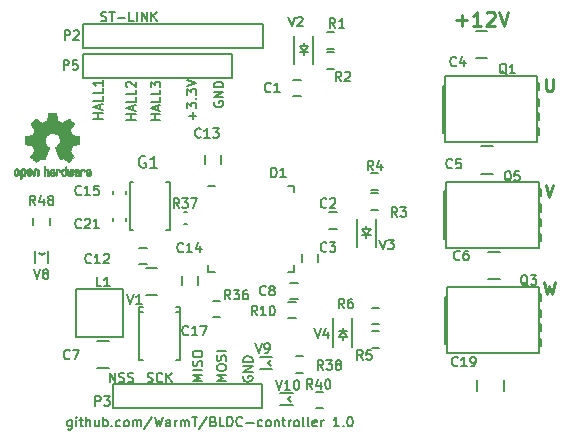
<source format=gto>
G04 #@! TF.FileFunction,Legend,Top*
%FSLAX46Y46*%
G04 Gerber Fmt 4.6, Leading zero omitted, Abs format (unit mm)*
G04 Created by KiCad (PCBNEW 4.0.6-e0-6349~53~ubuntu16.04.1) date Fri Mar 10 07:50:29 2017*
%MOMM*%
%LPD*%
G01*
G04 APERTURE LIST*
%ADD10C,0.100000*%
%ADD11C,0.150000*%
%ADD12C,0.200000*%
%ADD13C,0.250000*%
%ADD14C,0.010000*%
G04 APERTURE END LIST*
D10*
D11*
X156100000Y-110109523D02*
X156061905Y-110185714D01*
X156061905Y-110299999D01*
X156100000Y-110414285D01*
X156176190Y-110490476D01*
X156252381Y-110528571D01*
X156404762Y-110566666D01*
X156519048Y-110566666D01*
X156671429Y-110528571D01*
X156747619Y-110490476D01*
X156823810Y-110414285D01*
X156861905Y-110299999D01*
X156861905Y-110223809D01*
X156823810Y-110109523D01*
X156785714Y-110071428D01*
X156519048Y-110071428D01*
X156519048Y-110223809D01*
X156861905Y-109728571D02*
X156061905Y-109728571D01*
X156861905Y-109271428D01*
X156061905Y-109271428D01*
X156861905Y-108890476D02*
X156061905Y-108890476D01*
X156061905Y-108700000D01*
X156100000Y-108585714D01*
X156176190Y-108509523D01*
X156252381Y-108471428D01*
X156404762Y-108433333D01*
X156519048Y-108433333D01*
X156671429Y-108471428D01*
X156747619Y-108509523D01*
X156823810Y-108585714D01*
X156861905Y-108700000D01*
X156861905Y-108890476D01*
X154611905Y-110507143D02*
X153811905Y-110507143D01*
X154383333Y-110240476D01*
X153811905Y-109973809D01*
X154611905Y-109973809D01*
X153811905Y-109440476D02*
X153811905Y-109288095D01*
X153850000Y-109211904D01*
X153926190Y-109135714D01*
X154078571Y-109097619D01*
X154345238Y-109097619D01*
X154497619Y-109135714D01*
X154573810Y-109211904D01*
X154611905Y-109288095D01*
X154611905Y-109440476D01*
X154573810Y-109516666D01*
X154497619Y-109592857D01*
X154345238Y-109630952D01*
X154078571Y-109630952D01*
X153926190Y-109592857D01*
X153850000Y-109516666D01*
X153811905Y-109440476D01*
X154573810Y-108792857D02*
X154611905Y-108678571D01*
X154611905Y-108488095D01*
X154573810Y-108411905D01*
X154535714Y-108373809D01*
X154459524Y-108335714D01*
X154383333Y-108335714D01*
X154307143Y-108373809D01*
X154269048Y-108411905D01*
X154230952Y-108488095D01*
X154192857Y-108640476D01*
X154154762Y-108716667D01*
X154116667Y-108754762D01*
X154040476Y-108792857D01*
X153964286Y-108792857D01*
X153888095Y-108754762D01*
X153850000Y-108716667D01*
X153811905Y-108640476D01*
X153811905Y-108450000D01*
X153850000Y-108335714D01*
X154611905Y-107992857D02*
X153811905Y-107992857D01*
X147971429Y-110573810D02*
X148085715Y-110611905D01*
X148276191Y-110611905D01*
X148352381Y-110573810D01*
X148390477Y-110535714D01*
X148428572Y-110459524D01*
X148428572Y-110383333D01*
X148390477Y-110307143D01*
X148352381Y-110269048D01*
X148276191Y-110230952D01*
X148123810Y-110192857D01*
X148047619Y-110154762D01*
X148009524Y-110116667D01*
X147971429Y-110040476D01*
X147971429Y-109964286D01*
X148009524Y-109888095D01*
X148047619Y-109850000D01*
X148123810Y-109811905D01*
X148314286Y-109811905D01*
X148428572Y-109850000D01*
X149228572Y-110535714D02*
X149190477Y-110573810D01*
X149076191Y-110611905D01*
X149000001Y-110611905D01*
X148885715Y-110573810D01*
X148809524Y-110497619D01*
X148771429Y-110421429D01*
X148733334Y-110269048D01*
X148733334Y-110154762D01*
X148771429Y-110002381D01*
X148809524Y-109926190D01*
X148885715Y-109850000D01*
X149000001Y-109811905D01*
X149076191Y-109811905D01*
X149190477Y-109850000D01*
X149228572Y-109888095D01*
X149571429Y-110611905D02*
X149571429Y-109811905D01*
X150028572Y-110611905D02*
X149685715Y-110154762D01*
X150028572Y-109811905D02*
X149571429Y-110269048D01*
X144759524Y-110611905D02*
X144759524Y-109811905D01*
X145216667Y-110611905D01*
X145216667Y-109811905D01*
X145559524Y-110573810D02*
X145673810Y-110611905D01*
X145864286Y-110611905D01*
X145940476Y-110573810D01*
X145978572Y-110535714D01*
X146016667Y-110459524D01*
X146016667Y-110383333D01*
X145978572Y-110307143D01*
X145940476Y-110269048D01*
X145864286Y-110230952D01*
X145711905Y-110192857D01*
X145635714Y-110154762D01*
X145597619Y-110116667D01*
X145559524Y-110040476D01*
X145559524Y-109964286D01*
X145597619Y-109888095D01*
X145635714Y-109850000D01*
X145711905Y-109811905D01*
X145902381Y-109811905D01*
X146016667Y-109850000D01*
X146321429Y-110573810D02*
X146435715Y-110611905D01*
X146626191Y-110611905D01*
X146702381Y-110573810D01*
X146740477Y-110535714D01*
X146778572Y-110459524D01*
X146778572Y-110383333D01*
X146740477Y-110307143D01*
X146702381Y-110269048D01*
X146626191Y-110230952D01*
X146473810Y-110192857D01*
X146397619Y-110154762D01*
X146359524Y-110116667D01*
X146321429Y-110040476D01*
X146321429Y-109964286D01*
X146359524Y-109888095D01*
X146397619Y-109850000D01*
X146473810Y-109811905D01*
X146664286Y-109811905D01*
X146778572Y-109850000D01*
X152611905Y-110507143D02*
X151811905Y-110507143D01*
X152383333Y-110240476D01*
X151811905Y-109973809D01*
X152611905Y-109973809D01*
X152611905Y-109592857D02*
X151811905Y-109592857D01*
X152573810Y-109250000D02*
X152611905Y-109135714D01*
X152611905Y-108945238D01*
X152573810Y-108869048D01*
X152535714Y-108830952D01*
X152459524Y-108792857D01*
X152383333Y-108792857D01*
X152307143Y-108830952D01*
X152269048Y-108869048D01*
X152230952Y-108945238D01*
X152192857Y-109097619D01*
X152154762Y-109173810D01*
X152116667Y-109211905D01*
X152040476Y-109250000D01*
X151964286Y-109250000D01*
X151888095Y-109211905D01*
X151850000Y-109173810D01*
X151811905Y-109097619D01*
X151811905Y-108907143D01*
X151850000Y-108792857D01*
X151811905Y-108297619D02*
X151811905Y-108145238D01*
X151850000Y-108069047D01*
X151926190Y-107992857D01*
X152078571Y-107954762D01*
X152345238Y-107954762D01*
X152497619Y-107992857D01*
X152573810Y-108069047D01*
X152611905Y-108145238D01*
X152611905Y-108297619D01*
X152573810Y-108373809D01*
X152497619Y-108450000D01*
X152345238Y-108488095D01*
X152078571Y-108488095D01*
X151926190Y-108450000D01*
X151850000Y-108373809D01*
X151811905Y-108297619D01*
X153600000Y-86859523D02*
X153561905Y-86935714D01*
X153561905Y-87049999D01*
X153600000Y-87164285D01*
X153676190Y-87240476D01*
X153752381Y-87278571D01*
X153904762Y-87316666D01*
X154019048Y-87316666D01*
X154171429Y-87278571D01*
X154247619Y-87240476D01*
X154323810Y-87164285D01*
X154361905Y-87049999D01*
X154361905Y-86973809D01*
X154323810Y-86859523D01*
X154285714Y-86821428D01*
X154019048Y-86821428D01*
X154019048Y-86973809D01*
X154361905Y-86478571D02*
X153561905Y-86478571D01*
X154361905Y-86021428D01*
X153561905Y-86021428D01*
X154361905Y-85640476D02*
X153561905Y-85640476D01*
X153561905Y-85450000D01*
X153600000Y-85335714D01*
X153676190Y-85259523D01*
X153752381Y-85221428D01*
X153904762Y-85183333D01*
X154019048Y-85183333D01*
X154171429Y-85221428D01*
X154247619Y-85259523D01*
X154323810Y-85335714D01*
X154361905Y-85450000D01*
X154361905Y-85640476D01*
X151807143Y-88350000D02*
X151807143Y-87740476D01*
X152111905Y-88045238D02*
X151502381Y-88045238D01*
X151311905Y-87435714D02*
X151311905Y-86940476D01*
X151616667Y-87207143D01*
X151616667Y-87092857D01*
X151654762Y-87016667D01*
X151692857Y-86978571D01*
X151769048Y-86940476D01*
X151959524Y-86940476D01*
X152035714Y-86978571D01*
X152073810Y-87016667D01*
X152111905Y-87092857D01*
X152111905Y-87321429D01*
X152073810Y-87397619D01*
X152035714Y-87435714D01*
X152035714Y-86597619D02*
X152073810Y-86559524D01*
X152111905Y-86597619D01*
X152073810Y-86635714D01*
X152035714Y-86597619D01*
X152111905Y-86597619D01*
X151311905Y-86292857D02*
X151311905Y-85797619D01*
X151616667Y-86064286D01*
X151616667Y-85950000D01*
X151654762Y-85873810D01*
X151692857Y-85835714D01*
X151769048Y-85797619D01*
X151959524Y-85797619D01*
X152035714Y-85835714D01*
X152073810Y-85873810D01*
X152111905Y-85950000D01*
X152111905Y-86178572D01*
X152073810Y-86254762D01*
X152035714Y-86292857D01*
X151311905Y-85569048D02*
X152111905Y-85302381D01*
X151311905Y-85035714D01*
X149061905Y-88400000D02*
X148261905Y-88400000D01*
X148642857Y-88400000D02*
X148642857Y-87942857D01*
X149061905Y-87942857D02*
X148261905Y-87942857D01*
X148833333Y-87600000D02*
X148833333Y-87219048D01*
X149061905Y-87676191D02*
X148261905Y-87409524D01*
X149061905Y-87142857D01*
X149061905Y-86495238D02*
X149061905Y-86876191D01*
X148261905Y-86876191D01*
X149061905Y-85847619D02*
X149061905Y-86228572D01*
X148261905Y-86228572D01*
X148261905Y-85657143D02*
X148261905Y-85161905D01*
X148566667Y-85428572D01*
X148566667Y-85314286D01*
X148604762Y-85238096D01*
X148642857Y-85200000D01*
X148719048Y-85161905D01*
X148909524Y-85161905D01*
X148985714Y-85200000D01*
X149023810Y-85238096D01*
X149061905Y-85314286D01*
X149061905Y-85542858D01*
X149023810Y-85619048D01*
X148985714Y-85657143D01*
X146961905Y-88400000D02*
X146161905Y-88400000D01*
X146542857Y-88400000D02*
X146542857Y-87942857D01*
X146961905Y-87942857D02*
X146161905Y-87942857D01*
X146733333Y-87600000D02*
X146733333Y-87219048D01*
X146961905Y-87676191D02*
X146161905Y-87409524D01*
X146961905Y-87142857D01*
X146961905Y-86495238D02*
X146961905Y-86876191D01*
X146161905Y-86876191D01*
X146961905Y-85847619D02*
X146961905Y-86228572D01*
X146161905Y-86228572D01*
X146238095Y-85619048D02*
X146200000Y-85580953D01*
X146161905Y-85504762D01*
X146161905Y-85314286D01*
X146200000Y-85238096D01*
X146238095Y-85200000D01*
X146314286Y-85161905D01*
X146390476Y-85161905D01*
X146504762Y-85200000D01*
X146961905Y-85657143D01*
X146961905Y-85161905D01*
X144161905Y-88300000D02*
X143361905Y-88300000D01*
X143742857Y-88300000D02*
X143742857Y-87842857D01*
X144161905Y-87842857D02*
X143361905Y-87842857D01*
X143933333Y-87500000D02*
X143933333Y-87119048D01*
X144161905Y-87576191D02*
X143361905Y-87309524D01*
X144161905Y-87042857D01*
X144161905Y-86395238D02*
X144161905Y-86776191D01*
X143361905Y-86776191D01*
X144161905Y-85747619D02*
X144161905Y-86128572D01*
X143361905Y-86128572D01*
X144161905Y-85061905D02*
X144161905Y-85519048D01*
X144161905Y-85290477D02*
X143361905Y-85290477D01*
X143476190Y-85366667D01*
X143552381Y-85442858D01*
X143590476Y-85519048D01*
D12*
X144038096Y-80023810D02*
X144152382Y-80061905D01*
X144342858Y-80061905D01*
X144419048Y-80023810D01*
X144457144Y-79985714D01*
X144495239Y-79909524D01*
X144495239Y-79833333D01*
X144457144Y-79757143D01*
X144419048Y-79719048D01*
X144342858Y-79680952D01*
X144190477Y-79642857D01*
X144114286Y-79604762D01*
X144076191Y-79566667D01*
X144038096Y-79490476D01*
X144038096Y-79414286D01*
X144076191Y-79338095D01*
X144114286Y-79300000D01*
X144190477Y-79261905D01*
X144380953Y-79261905D01*
X144495239Y-79300000D01*
X144723810Y-79261905D02*
X145180953Y-79261905D01*
X144952382Y-80061905D02*
X144952382Y-79261905D01*
X145447620Y-79757143D02*
X146057144Y-79757143D01*
X146819049Y-80061905D02*
X146438096Y-80061905D01*
X146438096Y-79261905D01*
X147085715Y-80061905D02*
X147085715Y-79261905D01*
X147466667Y-80061905D02*
X147466667Y-79261905D01*
X147923810Y-80061905D01*
X147923810Y-79261905D01*
X148304762Y-80061905D02*
X148304762Y-79261905D01*
X148761905Y-80061905D02*
X148419048Y-79604762D01*
X148761905Y-79261905D02*
X148304762Y-79719048D01*
D13*
X174115715Y-79985714D02*
X175030001Y-79985714D01*
X174572858Y-80442857D02*
X174572858Y-79528571D01*
X176230001Y-80442857D02*
X175544286Y-80442857D01*
X175887144Y-80442857D02*
X175887144Y-79242857D01*
X175772858Y-79414286D01*
X175658572Y-79528571D01*
X175544286Y-79585714D01*
X176687143Y-79357143D02*
X176744286Y-79300000D01*
X176858572Y-79242857D01*
X177144286Y-79242857D01*
X177258572Y-79300000D01*
X177315715Y-79357143D01*
X177372858Y-79471429D01*
X177372858Y-79585714D01*
X177315715Y-79757143D01*
X176630001Y-80442857D01*
X177372858Y-80442857D01*
X177715715Y-79242857D02*
X178115715Y-80442857D01*
X178515715Y-79242857D01*
X181571429Y-102157381D02*
X181809524Y-103157381D01*
X182000001Y-102443095D01*
X182190477Y-103157381D01*
X182428572Y-102157381D01*
X181666667Y-93952381D02*
X182000000Y-94952381D01*
X182333334Y-93952381D01*
X181714286Y-84957381D02*
X181714286Y-85766905D01*
X181761905Y-85862143D01*
X181809524Y-85909762D01*
X181904762Y-85957381D01*
X182095239Y-85957381D01*
X182190477Y-85909762D01*
X182238096Y-85862143D01*
X182285715Y-85766905D01*
X182285715Y-84957381D01*
D11*
X141554760Y-113828571D02*
X141554760Y-114476190D01*
X141516665Y-114552381D01*
X141478570Y-114590476D01*
X141402379Y-114628571D01*
X141288094Y-114628571D01*
X141211903Y-114590476D01*
X141554760Y-114323810D02*
X141478570Y-114361905D01*
X141326189Y-114361905D01*
X141249998Y-114323810D01*
X141211903Y-114285714D01*
X141173808Y-114209524D01*
X141173808Y-113980952D01*
X141211903Y-113904762D01*
X141249998Y-113866667D01*
X141326189Y-113828571D01*
X141478570Y-113828571D01*
X141554760Y-113866667D01*
X141935713Y-114361905D02*
X141935713Y-113828571D01*
X141935713Y-113561905D02*
X141897618Y-113600000D01*
X141935713Y-113638095D01*
X141973808Y-113600000D01*
X141935713Y-113561905D01*
X141935713Y-113638095D01*
X142202379Y-113828571D02*
X142507141Y-113828571D01*
X142316665Y-113561905D02*
X142316665Y-114247619D01*
X142354760Y-114323810D01*
X142430951Y-114361905D01*
X142507141Y-114361905D01*
X142773808Y-114361905D02*
X142773808Y-113561905D01*
X143116665Y-114361905D02*
X143116665Y-113942857D01*
X143078570Y-113866667D01*
X143002380Y-113828571D01*
X142888094Y-113828571D01*
X142811903Y-113866667D01*
X142773808Y-113904762D01*
X143840475Y-113828571D02*
X143840475Y-114361905D01*
X143497618Y-113828571D02*
X143497618Y-114247619D01*
X143535713Y-114323810D01*
X143611904Y-114361905D01*
X143726190Y-114361905D01*
X143802380Y-114323810D01*
X143840475Y-114285714D01*
X144221428Y-114361905D02*
X144221428Y-113561905D01*
X144221428Y-113866667D02*
X144297619Y-113828571D01*
X144450000Y-113828571D01*
X144526190Y-113866667D01*
X144564285Y-113904762D01*
X144602381Y-113980952D01*
X144602381Y-114209524D01*
X144564285Y-114285714D01*
X144526190Y-114323810D01*
X144450000Y-114361905D01*
X144297619Y-114361905D01*
X144221428Y-114323810D01*
X144945238Y-114285714D02*
X144983333Y-114323810D01*
X144945238Y-114361905D01*
X144907143Y-114323810D01*
X144945238Y-114285714D01*
X144945238Y-114361905D01*
X145669047Y-114323810D02*
X145592857Y-114361905D01*
X145440476Y-114361905D01*
X145364285Y-114323810D01*
X145326190Y-114285714D01*
X145288095Y-114209524D01*
X145288095Y-113980952D01*
X145326190Y-113904762D01*
X145364285Y-113866667D01*
X145440476Y-113828571D01*
X145592857Y-113828571D01*
X145669047Y-113866667D01*
X146126190Y-114361905D02*
X146049999Y-114323810D01*
X146011904Y-114285714D01*
X145973809Y-114209524D01*
X145973809Y-113980952D01*
X146011904Y-113904762D01*
X146049999Y-113866667D01*
X146126190Y-113828571D01*
X146240476Y-113828571D01*
X146316666Y-113866667D01*
X146354761Y-113904762D01*
X146392857Y-113980952D01*
X146392857Y-114209524D01*
X146354761Y-114285714D01*
X146316666Y-114323810D01*
X146240476Y-114361905D01*
X146126190Y-114361905D01*
X146735714Y-114361905D02*
X146735714Y-113828571D01*
X146735714Y-113904762D02*
X146773809Y-113866667D01*
X146850000Y-113828571D01*
X146964286Y-113828571D01*
X147040476Y-113866667D01*
X147078571Y-113942857D01*
X147078571Y-114361905D01*
X147078571Y-113942857D02*
X147116667Y-113866667D01*
X147192857Y-113828571D01*
X147307143Y-113828571D01*
X147383333Y-113866667D01*
X147421428Y-113942857D01*
X147421428Y-114361905D01*
X148373810Y-113523810D02*
X147688095Y-114552381D01*
X148564286Y-113561905D02*
X148754762Y-114361905D01*
X148907143Y-113790476D01*
X149059524Y-114361905D01*
X149250000Y-113561905D01*
X149897619Y-114361905D02*
X149897619Y-113942857D01*
X149859524Y-113866667D01*
X149783334Y-113828571D01*
X149630953Y-113828571D01*
X149554762Y-113866667D01*
X149897619Y-114323810D02*
X149821429Y-114361905D01*
X149630953Y-114361905D01*
X149554762Y-114323810D01*
X149516667Y-114247619D01*
X149516667Y-114171429D01*
X149554762Y-114095238D01*
X149630953Y-114057143D01*
X149821429Y-114057143D01*
X149897619Y-114019048D01*
X150278572Y-114361905D02*
X150278572Y-113828571D01*
X150278572Y-113980952D02*
X150316667Y-113904762D01*
X150354763Y-113866667D01*
X150430953Y-113828571D01*
X150507144Y-113828571D01*
X150773810Y-114361905D02*
X150773810Y-113828571D01*
X150773810Y-113904762D02*
X150811905Y-113866667D01*
X150888096Y-113828571D01*
X151002382Y-113828571D01*
X151078572Y-113866667D01*
X151116667Y-113942857D01*
X151116667Y-114361905D01*
X151116667Y-113942857D02*
X151154763Y-113866667D01*
X151230953Y-113828571D01*
X151345239Y-113828571D01*
X151421429Y-113866667D01*
X151459524Y-113942857D01*
X151459524Y-114361905D01*
X151726191Y-113561905D02*
X152183334Y-113561905D01*
X151954763Y-114361905D02*
X151954763Y-113561905D01*
X153021430Y-113523810D02*
X152335715Y-114552381D01*
X153554763Y-113942857D02*
X153669049Y-113980952D01*
X153707144Y-114019048D01*
X153745239Y-114095238D01*
X153745239Y-114209524D01*
X153707144Y-114285714D01*
X153669049Y-114323810D01*
X153592858Y-114361905D01*
X153288096Y-114361905D01*
X153288096Y-113561905D01*
X153554763Y-113561905D01*
X153630953Y-113600000D01*
X153669049Y-113638095D01*
X153707144Y-113714286D01*
X153707144Y-113790476D01*
X153669049Y-113866667D01*
X153630953Y-113904762D01*
X153554763Y-113942857D01*
X153288096Y-113942857D01*
X154469049Y-114361905D02*
X154088096Y-114361905D01*
X154088096Y-113561905D01*
X154735715Y-114361905D02*
X154735715Y-113561905D01*
X154926191Y-113561905D01*
X155040477Y-113600000D01*
X155116668Y-113676190D01*
X155154763Y-113752381D01*
X155192858Y-113904762D01*
X155192858Y-114019048D01*
X155154763Y-114171429D01*
X155116668Y-114247619D01*
X155040477Y-114323810D01*
X154926191Y-114361905D01*
X154735715Y-114361905D01*
X155992858Y-114285714D02*
X155954763Y-114323810D01*
X155840477Y-114361905D01*
X155764287Y-114361905D01*
X155650001Y-114323810D01*
X155573810Y-114247619D01*
X155535715Y-114171429D01*
X155497620Y-114019048D01*
X155497620Y-113904762D01*
X155535715Y-113752381D01*
X155573810Y-113676190D01*
X155650001Y-113600000D01*
X155764287Y-113561905D01*
X155840477Y-113561905D01*
X155954763Y-113600000D01*
X155992858Y-113638095D01*
X156335715Y-114057143D02*
X156945239Y-114057143D01*
X157669048Y-114323810D02*
X157592858Y-114361905D01*
X157440477Y-114361905D01*
X157364286Y-114323810D01*
X157326191Y-114285714D01*
X157288096Y-114209524D01*
X157288096Y-113980952D01*
X157326191Y-113904762D01*
X157364286Y-113866667D01*
X157440477Y-113828571D01*
X157592858Y-113828571D01*
X157669048Y-113866667D01*
X158126191Y-114361905D02*
X158050000Y-114323810D01*
X158011905Y-114285714D01*
X157973810Y-114209524D01*
X157973810Y-113980952D01*
X158011905Y-113904762D01*
X158050000Y-113866667D01*
X158126191Y-113828571D01*
X158240477Y-113828571D01*
X158316667Y-113866667D01*
X158354762Y-113904762D01*
X158392858Y-113980952D01*
X158392858Y-114209524D01*
X158354762Y-114285714D01*
X158316667Y-114323810D01*
X158240477Y-114361905D01*
X158126191Y-114361905D01*
X158735715Y-113828571D02*
X158735715Y-114361905D01*
X158735715Y-113904762D02*
X158773810Y-113866667D01*
X158850001Y-113828571D01*
X158964287Y-113828571D01*
X159040477Y-113866667D01*
X159078572Y-113942857D01*
X159078572Y-114361905D01*
X159345239Y-113828571D02*
X159650001Y-113828571D01*
X159459525Y-113561905D02*
X159459525Y-114247619D01*
X159497620Y-114323810D01*
X159573811Y-114361905D01*
X159650001Y-114361905D01*
X159916668Y-114361905D02*
X159916668Y-113828571D01*
X159916668Y-113980952D02*
X159954763Y-113904762D01*
X159992859Y-113866667D01*
X160069049Y-113828571D01*
X160145240Y-113828571D01*
X160526192Y-114361905D02*
X160450001Y-114323810D01*
X160411906Y-114285714D01*
X160373811Y-114209524D01*
X160373811Y-113980952D01*
X160411906Y-113904762D01*
X160450001Y-113866667D01*
X160526192Y-113828571D01*
X160640478Y-113828571D01*
X160716668Y-113866667D01*
X160754763Y-113904762D01*
X160792859Y-113980952D01*
X160792859Y-114209524D01*
X160754763Y-114285714D01*
X160716668Y-114323810D01*
X160640478Y-114361905D01*
X160526192Y-114361905D01*
X161250002Y-114361905D02*
X161173811Y-114323810D01*
X161135716Y-114247619D01*
X161135716Y-113561905D01*
X161669050Y-114361905D02*
X161592859Y-114323810D01*
X161554764Y-114247619D01*
X161554764Y-113561905D01*
X162278574Y-114323810D02*
X162202384Y-114361905D01*
X162050003Y-114361905D01*
X161973812Y-114323810D01*
X161935717Y-114247619D01*
X161935717Y-113942857D01*
X161973812Y-113866667D01*
X162050003Y-113828571D01*
X162202384Y-113828571D01*
X162278574Y-113866667D01*
X162316669Y-113942857D01*
X162316669Y-114019048D01*
X161935717Y-114095238D01*
X162659526Y-114361905D02*
X162659526Y-113828571D01*
X162659526Y-113980952D02*
X162697621Y-113904762D01*
X162735717Y-113866667D01*
X162811907Y-113828571D01*
X162888098Y-113828571D01*
X164183336Y-114361905D02*
X163726193Y-114361905D01*
X163954764Y-114361905D02*
X163954764Y-113561905D01*
X163878574Y-113676190D01*
X163802383Y-113752381D01*
X163726193Y-113790476D01*
X164526193Y-114285714D02*
X164564288Y-114323810D01*
X164526193Y-114361905D01*
X164488098Y-114323810D01*
X164526193Y-114285714D01*
X164526193Y-114361905D01*
X165059526Y-113561905D02*
X165135717Y-113561905D01*
X165211907Y-113600000D01*
X165250002Y-113638095D01*
X165288098Y-113714286D01*
X165326193Y-113866667D01*
X165326193Y-114057143D01*
X165288098Y-114209524D01*
X165250002Y-114285714D01*
X165211907Y-114323810D01*
X165135717Y-114361905D01*
X165059526Y-114361905D01*
X164983336Y-114323810D01*
X164945240Y-114285714D01*
X164907145Y-114209524D01*
X164869050Y-114057143D01*
X164869050Y-113866667D01*
X164907145Y-113714286D01*
X164945240Y-113638095D01*
X164983336Y-113600000D01*
X165059526Y-113561905D01*
X141900000Y-106750000D02*
X141900000Y-102750000D01*
X141900000Y-102750000D02*
X145900000Y-102750000D01*
X145900000Y-102750000D02*
X145900000Y-106750000D01*
X145900000Y-106750000D02*
X141900000Y-106750000D01*
X160950000Y-86380000D02*
X160250000Y-86380000D01*
X160250000Y-85020000D02*
X160950000Y-85020000D01*
X146450000Y-97700000D02*
X146750000Y-97700000D01*
X146450000Y-93700000D02*
X146750000Y-93700000D01*
X149850000Y-93700000D02*
X149550000Y-93700000D01*
X149850000Y-97700000D02*
X149550000Y-97700000D01*
X149850000Y-93700000D02*
X149850000Y-97700000D01*
X146450000Y-93700000D02*
X146450000Y-97700000D01*
X159900000Y-112055000D02*
X160100000Y-112305000D01*
X160100000Y-111805000D02*
X159900000Y-112055000D01*
X160250000Y-111530000D02*
X159200000Y-111530000D01*
X160250000Y-112580000D02*
X159200000Y-112580000D01*
X158200000Y-109005000D02*
X158400000Y-109255000D01*
X158400000Y-108755000D02*
X158200000Y-109005000D01*
X158550000Y-108480000D02*
X157500000Y-108480000D01*
X158550000Y-109530000D02*
X157500000Y-109530000D01*
X147249940Y-104700860D02*
X147600460Y-104700860D01*
X150750060Y-104700860D02*
X150399540Y-104700860D01*
X147249940Y-108750440D02*
X147600460Y-108750440D01*
X147249940Y-104249560D02*
X147600460Y-104249560D01*
X150750060Y-104249560D02*
X150399540Y-104249560D01*
X150750060Y-108750440D02*
X150399540Y-108750440D01*
X147249940Y-104249560D02*
X147249940Y-108750440D01*
X150750060Y-104249560D02*
X150750060Y-108750440D01*
X173150000Y-89500000D02*
X172950000Y-89500000D01*
X172950000Y-89500000D02*
X172950000Y-85500000D01*
X172950000Y-85500000D02*
X173150000Y-85500000D01*
X180950000Y-85900000D02*
X181150000Y-85900000D01*
X181150000Y-85900000D02*
X181150000Y-85300000D01*
X181150000Y-85300000D02*
X180950000Y-85300000D01*
X180950000Y-87200000D02*
X181150000Y-87200000D01*
X181150000Y-87200000D02*
X181150000Y-86600000D01*
X181150000Y-86600000D02*
X180950000Y-86600000D01*
X180950000Y-88400000D02*
X181150000Y-88400000D01*
X181150000Y-88400000D02*
X181150000Y-87800000D01*
X181150000Y-87800000D02*
X180950000Y-87800000D01*
X180950000Y-89700000D02*
X181150000Y-89700000D01*
X181150000Y-89700000D02*
X181150000Y-89100000D01*
X181150000Y-89100000D02*
X180950000Y-89100000D01*
X173150000Y-90300000D02*
X173150000Y-84700000D01*
X173150000Y-84700000D02*
X180950000Y-84700000D01*
X180950000Y-84700000D02*
X180950000Y-90300000D01*
X180950000Y-90300000D02*
X173150000Y-90300000D01*
X173275000Y-98465000D02*
X173075000Y-98465000D01*
X173075000Y-98465000D02*
X173075000Y-94465000D01*
X173075000Y-94465000D02*
X173275000Y-94465000D01*
X181075000Y-94865000D02*
X181275000Y-94865000D01*
X181275000Y-94865000D02*
X181275000Y-94265000D01*
X181275000Y-94265000D02*
X181075000Y-94265000D01*
X181075000Y-96165000D02*
X181275000Y-96165000D01*
X181275000Y-96165000D02*
X181275000Y-95565000D01*
X181275000Y-95565000D02*
X181075000Y-95565000D01*
X181075000Y-97365000D02*
X181275000Y-97365000D01*
X181275000Y-97365000D02*
X181275000Y-96765000D01*
X181275000Y-96765000D02*
X181075000Y-96765000D01*
X181075000Y-98665000D02*
X181275000Y-98665000D01*
X181275000Y-98665000D02*
X181275000Y-98065000D01*
X181275000Y-98065000D02*
X181075000Y-98065000D01*
X173275000Y-99265000D02*
X173275000Y-93665000D01*
X173275000Y-93665000D02*
X181075000Y-93665000D01*
X181075000Y-93665000D02*
X181075000Y-99265000D01*
X181075000Y-99265000D02*
X173275000Y-99265000D01*
X173325000Y-107375000D02*
X173125000Y-107375000D01*
X173125000Y-107375000D02*
X173125000Y-103375000D01*
X173125000Y-103375000D02*
X173325000Y-103375000D01*
X181125000Y-103775000D02*
X181325000Y-103775000D01*
X181325000Y-103775000D02*
X181325000Y-103175000D01*
X181325000Y-103175000D02*
X181125000Y-103175000D01*
X181125000Y-105075000D02*
X181325000Y-105075000D01*
X181325000Y-105075000D02*
X181325000Y-104475000D01*
X181325000Y-104475000D02*
X181125000Y-104475000D01*
X181125000Y-106275000D02*
X181325000Y-106275000D01*
X181325000Y-106275000D02*
X181325000Y-105675000D01*
X181325000Y-105675000D02*
X181125000Y-105675000D01*
X181125000Y-107575000D02*
X181325000Y-107575000D01*
X181325000Y-107575000D02*
X181325000Y-106975000D01*
X181325000Y-106975000D02*
X181125000Y-106975000D01*
X173325000Y-108175000D02*
X173325000Y-102575000D01*
X173325000Y-102575000D02*
X181125000Y-102575000D01*
X181125000Y-102575000D02*
X181125000Y-108175000D01*
X181125000Y-108175000D02*
X173325000Y-108175000D01*
X161200000Y-82150000D02*
X161200000Y-81900000D01*
X161200000Y-82650000D02*
X161200000Y-82900000D01*
X161200000Y-82650000D02*
X160850000Y-82150000D01*
X160850000Y-82150000D02*
X161550000Y-82150000D01*
X161550000Y-82150000D02*
X161200000Y-82650000D01*
X160850000Y-82650000D02*
X161550000Y-82650000D01*
X162000000Y-83700000D02*
X162000000Y-81300000D01*
X160400000Y-83700000D02*
X160400000Y-81300000D01*
X176750000Y-80850000D02*
X175750000Y-80850000D01*
X175750000Y-83150000D02*
X176750000Y-83150000D01*
X166500000Y-97655000D02*
X166500000Y-97405000D01*
X166500000Y-98155000D02*
X166500000Y-98405000D01*
X166500000Y-98155000D02*
X166150000Y-97655000D01*
X166150000Y-97655000D02*
X166850000Y-97655000D01*
X166850000Y-97655000D02*
X166500000Y-98155000D01*
X166150000Y-98155000D02*
X166850000Y-98155000D01*
X167300000Y-99205000D02*
X167300000Y-96805000D01*
X165700000Y-99205000D02*
X165700000Y-96805000D01*
X164500000Y-106755000D02*
X164500000Y-107005000D01*
X164500000Y-106255000D02*
X164500000Y-106005000D01*
X164500000Y-106255000D02*
X164850000Y-106755000D01*
X164850000Y-106755000D02*
X164150000Y-106755000D01*
X164150000Y-106755000D02*
X164500000Y-106255000D01*
X164850000Y-106255000D02*
X164150000Y-106255000D01*
X163700000Y-105205000D02*
X163700000Y-107605000D01*
X165300000Y-105205000D02*
X165300000Y-107605000D01*
X177800000Y-99550000D02*
X176800000Y-99550000D01*
X176800000Y-101850000D02*
X177800000Y-101850000D01*
X144700000Y-107100000D02*
X143700000Y-107100000D01*
X143700000Y-109400000D02*
X144700000Y-109400000D01*
X147800000Y-103250000D02*
X148800000Y-103250000D01*
X148800000Y-100950000D02*
X147800000Y-100950000D01*
X177200000Y-90650000D02*
X176200000Y-90650000D01*
X176200000Y-92950000D02*
X177200000Y-92950000D01*
X178150000Y-111400000D02*
X178150000Y-110400000D01*
X175850000Y-110400000D02*
X175850000Y-111400000D01*
X150130000Y-84820000D02*
X155110000Y-84820000D01*
X150130000Y-82820000D02*
X155110000Y-82820000D01*
X142510000Y-82820000D02*
X142510000Y-84820000D01*
X155110000Y-82820000D02*
X155110000Y-84820000D01*
X142510000Y-82820000D02*
X150130000Y-82820000D01*
X150130000Y-84820000D02*
X142510000Y-84820000D01*
X150130000Y-82280000D02*
X157750000Y-82280000D01*
X150130000Y-80280000D02*
X157750000Y-80280000D01*
X142510000Y-80280000D02*
X142510000Y-82280000D01*
X157750000Y-80280000D02*
X157750000Y-82280000D01*
X142510000Y-80280000D02*
X150130000Y-80280000D01*
X150130000Y-82280000D02*
X142510000Y-82280000D01*
X152670000Y-112760000D02*
X157650000Y-112760000D01*
X152670000Y-110760000D02*
X157650000Y-110760000D01*
X145050000Y-110760000D02*
X145050000Y-112760000D01*
X157650000Y-110760000D02*
X157650000Y-112760000D01*
X145050000Y-110760000D02*
X152670000Y-110760000D01*
X152670000Y-112760000D02*
X145050000Y-112760000D01*
X147950000Y-100580000D02*
X147250000Y-100580000D01*
X147250000Y-99220000D02*
X147950000Y-99220000D01*
X152820000Y-92100000D02*
X152820000Y-91400000D01*
X154180000Y-91400000D02*
X154180000Y-92100000D01*
X152280000Y-101650000D02*
X152280000Y-102350000D01*
X150920000Y-102350000D02*
X150920000Y-101650000D01*
X164050000Y-97605000D02*
X163350000Y-97605000D01*
X163350000Y-96245000D02*
X164050000Y-96245000D01*
X161020000Y-100450000D02*
X161020000Y-99750000D01*
X162380000Y-99750000D02*
X162380000Y-100450000D01*
X163200000Y-81000000D02*
X163800000Y-81000000D01*
X163800000Y-82400000D02*
X163200000Y-82400000D01*
X163200000Y-82700000D02*
X163800000Y-82700000D01*
X163800000Y-84100000D02*
X163200000Y-84100000D01*
X166900000Y-94605000D02*
X167500000Y-94605000D01*
X167500000Y-96005000D02*
X166900000Y-96005000D01*
X166910000Y-92905000D02*
X167510000Y-92905000D01*
X167510000Y-94305000D02*
X166910000Y-94305000D01*
X166950000Y-106305000D02*
X167550000Y-106305000D01*
X167550000Y-107705000D02*
X166950000Y-107705000D01*
X166950000Y-104305000D02*
X167550000Y-104305000D01*
X167550000Y-105705000D02*
X166950000Y-105705000D01*
X162250000Y-111405000D02*
X162850000Y-111405000D01*
X162850000Y-112805000D02*
X162250000Y-112805000D01*
X160500000Y-105200000D02*
X159900000Y-105200000D01*
X159900000Y-103800000D02*
X160500000Y-103800000D01*
X160050000Y-102220000D02*
X160750000Y-102220000D01*
X160750000Y-103580000D02*
X160050000Y-103580000D01*
X154100000Y-105100000D02*
X153500000Y-105100000D01*
X153500000Y-103700000D02*
X154100000Y-103700000D01*
X160550000Y-108405000D02*
X161150000Y-108405000D01*
X161150000Y-109805000D02*
X160550000Y-109805000D01*
X146150000Y-94400000D02*
X146150000Y-94700000D01*
X145050000Y-94700000D02*
X145050000Y-94400000D01*
X145050000Y-97000000D02*
X145050000Y-96700000D01*
X146150000Y-96700000D02*
X146150000Y-97000000D01*
X151080000Y-96200000D02*
X151320000Y-96200000D01*
X151320000Y-97200000D02*
X151080000Y-97200000D01*
D14*
G36*
X137499744Y-92519918D02*
X137555201Y-92547568D01*
X137604148Y-92598480D01*
X137617629Y-92617338D01*
X137632314Y-92642015D01*
X137641842Y-92668816D01*
X137647293Y-92704587D01*
X137649747Y-92756169D01*
X137650286Y-92824267D01*
X137647852Y-92917588D01*
X137639394Y-92987657D01*
X137623174Y-93039931D01*
X137597454Y-93079869D01*
X137560497Y-93112929D01*
X137557782Y-93114886D01*
X137521360Y-93134908D01*
X137477502Y-93144815D01*
X137421724Y-93147257D01*
X137331048Y-93147257D01*
X137331010Y-93235283D01*
X137330166Y-93284308D01*
X137325024Y-93313065D01*
X137311587Y-93330311D01*
X137285858Y-93344808D01*
X137279679Y-93347769D01*
X137250764Y-93361648D01*
X137228376Y-93370414D01*
X137211729Y-93371171D01*
X137200036Y-93361023D01*
X137192510Y-93337073D01*
X137188366Y-93296426D01*
X137186815Y-93236186D01*
X137187071Y-93153455D01*
X137188349Y-93045339D01*
X137188748Y-93013000D01*
X137190185Y-92901524D01*
X137191472Y-92828603D01*
X137330971Y-92828603D01*
X137331755Y-92890499D01*
X137335240Y-92930997D01*
X137343124Y-92957708D01*
X137357105Y-92978244D01*
X137366597Y-92988260D01*
X137405404Y-93017567D01*
X137439763Y-93019952D01*
X137475216Y-92995750D01*
X137476114Y-92994857D01*
X137490539Y-92976153D01*
X137499313Y-92950732D01*
X137503739Y-92911584D01*
X137505118Y-92851697D01*
X137505143Y-92838430D01*
X137501812Y-92755901D01*
X137490969Y-92698691D01*
X137471340Y-92663766D01*
X137441650Y-92648094D01*
X137424491Y-92646514D01*
X137383766Y-92653926D01*
X137355832Y-92678330D01*
X137339017Y-92722980D01*
X137331650Y-92791130D01*
X137330971Y-92828603D01*
X137191472Y-92828603D01*
X137191708Y-92815245D01*
X137193677Y-92750333D01*
X137196450Y-92702958D01*
X137200388Y-92669290D01*
X137205849Y-92645498D01*
X137213192Y-92627753D01*
X137222777Y-92612224D01*
X137226887Y-92606381D01*
X137281405Y-92551185D01*
X137350336Y-92519890D01*
X137430072Y-92511165D01*
X137499744Y-92519918D01*
X137499744Y-92519918D01*
G37*
X137499744Y-92519918D02*
X137555201Y-92547568D01*
X137604148Y-92598480D01*
X137617629Y-92617338D01*
X137632314Y-92642015D01*
X137641842Y-92668816D01*
X137647293Y-92704587D01*
X137649747Y-92756169D01*
X137650286Y-92824267D01*
X137647852Y-92917588D01*
X137639394Y-92987657D01*
X137623174Y-93039931D01*
X137597454Y-93079869D01*
X137560497Y-93112929D01*
X137557782Y-93114886D01*
X137521360Y-93134908D01*
X137477502Y-93144815D01*
X137421724Y-93147257D01*
X137331048Y-93147257D01*
X137331010Y-93235283D01*
X137330166Y-93284308D01*
X137325024Y-93313065D01*
X137311587Y-93330311D01*
X137285858Y-93344808D01*
X137279679Y-93347769D01*
X137250764Y-93361648D01*
X137228376Y-93370414D01*
X137211729Y-93371171D01*
X137200036Y-93361023D01*
X137192510Y-93337073D01*
X137188366Y-93296426D01*
X137186815Y-93236186D01*
X137187071Y-93153455D01*
X137188349Y-93045339D01*
X137188748Y-93013000D01*
X137190185Y-92901524D01*
X137191472Y-92828603D01*
X137330971Y-92828603D01*
X137331755Y-92890499D01*
X137335240Y-92930997D01*
X137343124Y-92957708D01*
X137357105Y-92978244D01*
X137366597Y-92988260D01*
X137405404Y-93017567D01*
X137439763Y-93019952D01*
X137475216Y-92995750D01*
X137476114Y-92994857D01*
X137490539Y-92976153D01*
X137499313Y-92950732D01*
X137503739Y-92911584D01*
X137505118Y-92851697D01*
X137505143Y-92838430D01*
X137501812Y-92755901D01*
X137490969Y-92698691D01*
X137471340Y-92663766D01*
X137441650Y-92648094D01*
X137424491Y-92646514D01*
X137383766Y-92653926D01*
X137355832Y-92678330D01*
X137339017Y-92722980D01*
X137331650Y-92791130D01*
X137330971Y-92828603D01*
X137191472Y-92828603D01*
X137191708Y-92815245D01*
X137193677Y-92750333D01*
X137196450Y-92702958D01*
X137200388Y-92669290D01*
X137205849Y-92645498D01*
X137213192Y-92627753D01*
X137222777Y-92612224D01*
X137226887Y-92606381D01*
X137281405Y-92551185D01*
X137350336Y-92519890D01*
X137430072Y-92511165D01*
X137499744Y-92519918D01*
G36*
X138616093Y-92527780D02*
X138662672Y-92554723D01*
X138695057Y-92581466D01*
X138718742Y-92609484D01*
X138735059Y-92643748D01*
X138745339Y-92689227D01*
X138750914Y-92750892D01*
X138753116Y-92833711D01*
X138753371Y-92893246D01*
X138753371Y-93112391D01*
X138691686Y-93140044D01*
X138630000Y-93167697D01*
X138622743Y-92927670D01*
X138619744Y-92838028D01*
X138616598Y-92772962D01*
X138612701Y-92728026D01*
X138607447Y-92698770D01*
X138600231Y-92680748D01*
X138590450Y-92669511D01*
X138587312Y-92667079D01*
X138539761Y-92648083D01*
X138491697Y-92655600D01*
X138463086Y-92675543D01*
X138451447Y-92689675D01*
X138443391Y-92708220D01*
X138438271Y-92736334D01*
X138435441Y-92779173D01*
X138434256Y-92841895D01*
X138434057Y-92907261D01*
X138434018Y-92989268D01*
X138432614Y-93047316D01*
X138427914Y-93086465D01*
X138417987Y-93111780D01*
X138400903Y-93128323D01*
X138374732Y-93141156D01*
X138339775Y-93154491D01*
X138301596Y-93169007D01*
X138306141Y-92911389D01*
X138307971Y-92818519D01*
X138310112Y-92749889D01*
X138313181Y-92700711D01*
X138317794Y-92666198D01*
X138324568Y-92641562D01*
X138334119Y-92622016D01*
X138345634Y-92604770D01*
X138401190Y-92549680D01*
X138468980Y-92517822D01*
X138542713Y-92510191D01*
X138616093Y-92527780D01*
X138616093Y-92527780D01*
G37*
X138616093Y-92527780D02*
X138662672Y-92554723D01*
X138695057Y-92581466D01*
X138718742Y-92609484D01*
X138735059Y-92643748D01*
X138745339Y-92689227D01*
X138750914Y-92750892D01*
X138753116Y-92833711D01*
X138753371Y-92893246D01*
X138753371Y-93112391D01*
X138691686Y-93140044D01*
X138630000Y-93167697D01*
X138622743Y-92927670D01*
X138619744Y-92838028D01*
X138616598Y-92772962D01*
X138612701Y-92728026D01*
X138607447Y-92698770D01*
X138600231Y-92680748D01*
X138590450Y-92669511D01*
X138587312Y-92667079D01*
X138539761Y-92648083D01*
X138491697Y-92655600D01*
X138463086Y-92675543D01*
X138451447Y-92689675D01*
X138443391Y-92708220D01*
X138438271Y-92736334D01*
X138435441Y-92779173D01*
X138434256Y-92841895D01*
X138434057Y-92907261D01*
X138434018Y-92989268D01*
X138432614Y-93047316D01*
X138427914Y-93086465D01*
X138417987Y-93111780D01*
X138400903Y-93128323D01*
X138374732Y-93141156D01*
X138339775Y-93154491D01*
X138301596Y-93169007D01*
X138306141Y-92911389D01*
X138307971Y-92818519D01*
X138310112Y-92749889D01*
X138313181Y-92700711D01*
X138317794Y-92666198D01*
X138324568Y-92641562D01*
X138334119Y-92622016D01*
X138345634Y-92604770D01*
X138401190Y-92549680D01*
X138468980Y-92517822D01*
X138542713Y-92510191D01*
X138616093Y-92527780D01*
G36*
X136941115Y-92521962D02*
X137009145Y-92557733D01*
X137059351Y-92615301D01*
X137077185Y-92652312D01*
X137091063Y-92707882D01*
X137098167Y-92778096D01*
X137098840Y-92854727D01*
X137093427Y-92929552D01*
X137082270Y-92994342D01*
X137065714Y-93040873D01*
X137060626Y-93048887D01*
X137000355Y-93108707D01*
X136928769Y-93144535D01*
X136851092Y-93155020D01*
X136772548Y-93138810D01*
X136750689Y-93129092D01*
X136708122Y-93099143D01*
X136670763Y-93059433D01*
X136667232Y-93054397D01*
X136652881Y-93030124D01*
X136643394Y-93004178D01*
X136637790Y-92970022D01*
X136635086Y-92921119D01*
X136634299Y-92850935D01*
X136634286Y-92835200D01*
X136634322Y-92830192D01*
X136779429Y-92830192D01*
X136780273Y-92896430D01*
X136783596Y-92940386D01*
X136790583Y-92968779D01*
X136802416Y-92988325D01*
X136808457Y-92994857D01*
X136843186Y-93019680D01*
X136876903Y-93018548D01*
X136910995Y-92997016D01*
X136931329Y-92974029D01*
X136943371Y-92940478D01*
X136950134Y-92887569D01*
X136950598Y-92881399D01*
X136951752Y-92785513D01*
X136939688Y-92714299D01*
X136914570Y-92668194D01*
X136876560Y-92647635D01*
X136862992Y-92646514D01*
X136827364Y-92652152D01*
X136802994Y-92671686D01*
X136788093Y-92709042D01*
X136780875Y-92768150D01*
X136779429Y-92830192D01*
X136634322Y-92830192D01*
X136634826Y-92760413D01*
X136637096Y-92708159D01*
X136642068Y-92671949D01*
X136650713Y-92645299D01*
X136664005Y-92621722D01*
X136666943Y-92617338D01*
X136716313Y-92558249D01*
X136770109Y-92523947D01*
X136835602Y-92510331D01*
X136857842Y-92509665D01*
X136941115Y-92521962D01*
X136941115Y-92521962D01*
G37*
X136941115Y-92521962D02*
X137009145Y-92557733D01*
X137059351Y-92615301D01*
X137077185Y-92652312D01*
X137091063Y-92707882D01*
X137098167Y-92778096D01*
X137098840Y-92854727D01*
X137093427Y-92929552D01*
X137082270Y-92994342D01*
X137065714Y-93040873D01*
X137060626Y-93048887D01*
X137000355Y-93108707D01*
X136928769Y-93144535D01*
X136851092Y-93155020D01*
X136772548Y-93138810D01*
X136750689Y-93129092D01*
X136708122Y-93099143D01*
X136670763Y-93059433D01*
X136667232Y-93054397D01*
X136652881Y-93030124D01*
X136643394Y-93004178D01*
X136637790Y-92970022D01*
X136635086Y-92921119D01*
X136634299Y-92850935D01*
X136634286Y-92835200D01*
X136634322Y-92830192D01*
X136779429Y-92830192D01*
X136780273Y-92896430D01*
X136783596Y-92940386D01*
X136790583Y-92968779D01*
X136802416Y-92988325D01*
X136808457Y-92994857D01*
X136843186Y-93019680D01*
X136876903Y-93018548D01*
X136910995Y-92997016D01*
X136931329Y-92974029D01*
X136943371Y-92940478D01*
X136950134Y-92887569D01*
X136950598Y-92881399D01*
X136951752Y-92785513D01*
X136939688Y-92714299D01*
X136914570Y-92668194D01*
X136876560Y-92647635D01*
X136862992Y-92646514D01*
X136827364Y-92652152D01*
X136802994Y-92671686D01*
X136788093Y-92709042D01*
X136780875Y-92768150D01*
X136779429Y-92830192D01*
X136634322Y-92830192D01*
X136634826Y-92760413D01*
X136637096Y-92708159D01*
X136642068Y-92671949D01*
X136650713Y-92645299D01*
X136664005Y-92621722D01*
X136666943Y-92617338D01*
X136716313Y-92558249D01*
X136770109Y-92523947D01*
X136835602Y-92510331D01*
X136857842Y-92509665D01*
X136941115Y-92521962D01*
G36*
X138068303Y-92531239D02*
X138125527Y-92569735D01*
X138169749Y-92625335D01*
X138196167Y-92696086D01*
X138201510Y-92748162D01*
X138200903Y-92769893D01*
X138195822Y-92786531D01*
X138181855Y-92801437D01*
X138154589Y-92817973D01*
X138109612Y-92839498D01*
X138042511Y-92869374D01*
X138042171Y-92869524D01*
X137980407Y-92897813D01*
X137929759Y-92922933D01*
X137895404Y-92942179D01*
X137882518Y-92952848D01*
X137882514Y-92952934D01*
X137893872Y-92976166D01*
X137920431Y-93001774D01*
X137950923Y-93020221D01*
X137966370Y-93023886D01*
X138008515Y-93011212D01*
X138044808Y-92979471D01*
X138062517Y-92944572D01*
X138079552Y-92918845D01*
X138112922Y-92889546D01*
X138152149Y-92864235D01*
X138186756Y-92850471D01*
X138193993Y-92849714D01*
X138202139Y-92862160D01*
X138202630Y-92893972D01*
X138196643Y-92936866D01*
X138185357Y-92982558D01*
X138169950Y-93022761D01*
X138169171Y-93024322D01*
X138122804Y-93089062D01*
X138062711Y-93133097D01*
X137994465Y-93154711D01*
X137923638Y-93152185D01*
X137855804Y-93123804D01*
X137852788Y-93121808D01*
X137799427Y-93073448D01*
X137764340Y-93010352D01*
X137744922Y-92927387D01*
X137742316Y-92904078D01*
X137737701Y-92794055D01*
X137743233Y-92742748D01*
X137882514Y-92742748D01*
X137884324Y-92774753D01*
X137894222Y-92784093D01*
X137918898Y-92777105D01*
X137957795Y-92760587D01*
X138001275Y-92739881D01*
X138002356Y-92739333D01*
X138039209Y-92719949D01*
X138054000Y-92707013D01*
X138050353Y-92693451D01*
X138034995Y-92675632D01*
X137995923Y-92649845D01*
X137953846Y-92647950D01*
X137916103Y-92666717D01*
X137890034Y-92702915D01*
X137882514Y-92742748D01*
X137743233Y-92742748D01*
X137747194Y-92706027D01*
X137771550Y-92636212D01*
X137805456Y-92587302D01*
X137866653Y-92537878D01*
X137934063Y-92513359D01*
X138002880Y-92511797D01*
X138068303Y-92531239D01*
X138068303Y-92531239D01*
G37*
X138068303Y-92531239D02*
X138125527Y-92569735D01*
X138169749Y-92625335D01*
X138196167Y-92696086D01*
X138201510Y-92748162D01*
X138200903Y-92769893D01*
X138195822Y-92786531D01*
X138181855Y-92801437D01*
X138154589Y-92817973D01*
X138109612Y-92839498D01*
X138042511Y-92869374D01*
X138042171Y-92869524D01*
X137980407Y-92897813D01*
X137929759Y-92922933D01*
X137895404Y-92942179D01*
X137882518Y-92952848D01*
X137882514Y-92952934D01*
X137893872Y-92976166D01*
X137920431Y-93001774D01*
X137950923Y-93020221D01*
X137966370Y-93023886D01*
X138008515Y-93011212D01*
X138044808Y-92979471D01*
X138062517Y-92944572D01*
X138079552Y-92918845D01*
X138112922Y-92889546D01*
X138152149Y-92864235D01*
X138186756Y-92850471D01*
X138193993Y-92849714D01*
X138202139Y-92862160D01*
X138202630Y-92893972D01*
X138196643Y-92936866D01*
X138185357Y-92982558D01*
X138169950Y-93022761D01*
X138169171Y-93024322D01*
X138122804Y-93089062D01*
X138062711Y-93133097D01*
X137994465Y-93154711D01*
X137923638Y-93152185D01*
X137855804Y-93123804D01*
X137852788Y-93121808D01*
X137799427Y-93073448D01*
X137764340Y-93010352D01*
X137744922Y-92927387D01*
X137742316Y-92904078D01*
X137737701Y-92794055D01*
X137743233Y-92742748D01*
X137882514Y-92742748D01*
X137884324Y-92774753D01*
X137894222Y-92784093D01*
X137918898Y-92777105D01*
X137957795Y-92760587D01*
X138001275Y-92739881D01*
X138002356Y-92739333D01*
X138039209Y-92719949D01*
X138054000Y-92707013D01*
X138050353Y-92693451D01*
X138034995Y-92675632D01*
X137995923Y-92649845D01*
X137953846Y-92647950D01*
X137916103Y-92666717D01*
X137890034Y-92702915D01*
X137882514Y-92742748D01*
X137743233Y-92742748D01*
X137747194Y-92706027D01*
X137771550Y-92636212D01*
X137805456Y-92587302D01*
X137866653Y-92537878D01*
X137934063Y-92513359D01*
X138002880Y-92511797D01*
X138068303Y-92531239D01*
G36*
X139275886Y-92451289D02*
X139280139Y-92510613D01*
X139285025Y-92545572D01*
X139291795Y-92560820D01*
X139301702Y-92561015D01*
X139304914Y-92559195D01*
X139347644Y-92546015D01*
X139403227Y-92546785D01*
X139459737Y-92560333D01*
X139495082Y-92577861D01*
X139531321Y-92605861D01*
X139557813Y-92637549D01*
X139575999Y-92677813D01*
X139587322Y-92731543D01*
X139593222Y-92803626D01*
X139595143Y-92898951D01*
X139595177Y-92917237D01*
X139595200Y-93122646D01*
X139549491Y-93138580D01*
X139517027Y-93149420D01*
X139499215Y-93154468D01*
X139498691Y-93154514D01*
X139496937Y-93140828D01*
X139495444Y-93103076D01*
X139494326Y-93046224D01*
X139493697Y-92975234D01*
X139493600Y-92932073D01*
X139493398Y-92846973D01*
X139492358Y-92785981D01*
X139489831Y-92744177D01*
X139485164Y-92716642D01*
X139477707Y-92698456D01*
X139466811Y-92684698D01*
X139460007Y-92678073D01*
X139413272Y-92651375D01*
X139362272Y-92649375D01*
X139316001Y-92671955D01*
X139307444Y-92680107D01*
X139294893Y-92695436D01*
X139286188Y-92713618D01*
X139280631Y-92739909D01*
X139277526Y-92779562D01*
X139276176Y-92837832D01*
X139275886Y-92918173D01*
X139275886Y-93122646D01*
X139230177Y-93138580D01*
X139197713Y-93149420D01*
X139179901Y-93154468D01*
X139179377Y-93154514D01*
X139178037Y-93140623D01*
X139176828Y-93101439D01*
X139175801Y-93040700D01*
X139175002Y-92962141D01*
X139174481Y-92869498D01*
X139174286Y-92766509D01*
X139174286Y-92369342D01*
X139221457Y-92349444D01*
X139268629Y-92329547D01*
X139275886Y-92451289D01*
X139275886Y-92451289D01*
G37*
X139275886Y-92451289D02*
X139280139Y-92510613D01*
X139285025Y-92545572D01*
X139291795Y-92560820D01*
X139301702Y-92561015D01*
X139304914Y-92559195D01*
X139347644Y-92546015D01*
X139403227Y-92546785D01*
X139459737Y-92560333D01*
X139495082Y-92577861D01*
X139531321Y-92605861D01*
X139557813Y-92637549D01*
X139575999Y-92677813D01*
X139587322Y-92731543D01*
X139593222Y-92803626D01*
X139595143Y-92898951D01*
X139595177Y-92917237D01*
X139595200Y-93122646D01*
X139549491Y-93138580D01*
X139517027Y-93149420D01*
X139499215Y-93154468D01*
X139498691Y-93154514D01*
X139496937Y-93140828D01*
X139495444Y-93103076D01*
X139494326Y-93046224D01*
X139493697Y-92975234D01*
X139493600Y-92932073D01*
X139493398Y-92846973D01*
X139492358Y-92785981D01*
X139489831Y-92744177D01*
X139485164Y-92716642D01*
X139477707Y-92698456D01*
X139466811Y-92684698D01*
X139460007Y-92678073D01*
X139413272Y-92651375D01*
X139362272Y-92649375D01*
X139316001Y-92671955D01*
X139307444Y-92680107D01*
X139294893Y-92695436D01*
X139286188Y-92713618D01*
X139280631Y-92739909D01*
X139277526Y-92779562D01*
X139276176Y-92837832D01*
X139275886Y-92918173D01*
X139275886Y-93122646D01*
X139230177Y-93138580D01*
X139197713Y-93149420D01*
X139179901Y-93154468D01*
X139179377Y-93154514D01*
X139178037Y-93140623D01*
X139176828Y-93101439D01*
X139175801Y-93040700D01*
X139175002Y-92962141D01*
X139174481Y-92869498D01*
X139174286Y-92766509D01*
X139174286Y-92369342D01*
X139221457Y-92349444D01*
X139268629Y-92329547D01*
X139275886Y-92451289D01*
G36*
X139939744Y-92550968D02*
X139996616Y-92572087D01*
X139997267Y-92572493D01*
X140032440Y-92598380D01*
X140058407Y-92628633D01*
X140076670Y-92668058D01*
X140088732Y-92721462D01*
X140096096Y-92793651D01*
X140100264Y-92889432D01*
X140100629Y-92903078D01*
X140105876Y-93108842D01*
X140061716Y-93131678D01*
X140029763Y-93147110D01*
X140010470Y-93154423D01*
X140009578Y-93154514D01*
X140006239Y-93141022D01*
X140003587Y-93104626D01*
X140001956Y-93051452D01*
X140001600Y-93008393D01*
X140001592Y-92938641D01*
X139998403Y-92894837D01*
X139987288Y-92873944D01*
X139963501Y-92872925D01*
X139922296Y-92888741D01*
X139860086Y-92917815D01*
X139814341Y-92941963D01*
X139790813Y-92962913D01*
X139783896Y-92985747D01*
X139783886Y-92986877D01*
X139795299Y-93026212D01*
X139829092Y-93047462D01*
X139880809Y-93050539D01*
X139918061Y-93050006D01*
X139937703Y-93060735D01*
X139949952Y-93086505D01*
X139957002Y-93119337D01*
X139946842Y-93137966D01*
X139943017Y-93140632D01*
X139907001Y-93151340D01*
X139856566Y-93152856D01*
X139804626Y-93145759D01*
X139767822Y-93132788D01*
X139716938Y-93089585D01*
X139688014Y-93029446D01*
X139682286Y-92982462D01*
X139686657Y-92940082D01*
X139702475Y-92905488D01*
X139733797Y-92874763D01*
X139784678Y-92843990D01*
X139859176Y-92809252D01*
X139863714Y-92807288D01*
X139930821Y-92776287D01*
X139972232Y-92750862D01*
X139989981Y-92728014D01*
X139986107Y-92704745D01*
X139962643Y-92678056D01*
X139955627Y-92671914D01*
X139908630Y-92648100D01*
X139859933Y-92649103D01*
X139817522Y-92672451D01*
X139789384Y-92715675D01*
X139786769Y-92724160D01*
X139761308Y-92765308D01*
X139729001Y-92785128D01*
X139682286Y-92804770D01*
X139682286Y-92753950D01*
X139696496Y-92680082D01*
X139738675Y-92612327D01*
X139760624Y-92589661D01*
X139810517Y-92560569D01*
X139873967Y-92547400D01*
X139939744Y-92550968D01*
X139939744Y-92550968D01*
G37*
X139939744Y-92550968D02*
X139996616Y-92572087D01*
X139997267Y-92572493D01*
X140032440Y-92598380D01*
X140058407Y-92628633D01*
X140076670Y-92668058D01*
X140088732Y-92721462D01*
X140096096Y-92793651D01*
X140100264Y-92889432D01*
X140100629Y-92903078D01*
X140105876Y-93108842D01*
X140061716Y-93131678D01*
X140029763Y-93147110D01*
X140010470Y-93154423D01*
X140009578Y-93154514D01*
X140006239Y-93141022D01*
X140003587Y-93104626D01*
X140001956Y-93051452D01*
X140001600Y-93008393D01*
X140001592Y-92938641D01*
X139998403Y-92894837D01*
X139987288Y-92873944D01*
X139963501Y-92872925D01*
X139922296Y-92888741D01*
X139860086Y-92917815D01*
X139814341Y-92941963D01*
X139790813Y-92962913D01*
X139783896Y-92985747D01*
X139783886Y-92986877D01*
X139795299Y-93026212D01*
X139829092Y-93047462D01*
X139880809Y-93050539D01*
X139918061Y-93050006D01*
X139937703Y-93060735D01*
X139949952Y-93086505D01*
X139957002Y-93119337D01*
X139946842Y-93137966D01*
X139943017Y-93140632D01*
X139907001Y-93151340D01*
X139856566Y-93152856D01*
X139804626Y-93145759D01*
X139767822Y-93132788D01*
X139716938Y-93089585D01*
X139688014Y-93029446D01*
X139682286Y-92982462D01*
X139686657Y-92940082D01*
X139702475Y-92905488D01*
X139733797Y-92874763D01*
X139784678Y-92843990D01*
X139859176Y-92809252D01*
X139863714Y-92807288D01*
X139930821Y-92776287D01*
X139972232Y-92750862D01*
X139989981Y-92728014D01*
X139986107Y-92704745D01*
X139962643Y-92678056D01*
X139955627Y-92671914D01*
X139908630Y-92648100D01*
X139859933Y-92649103D01*
X139817522Y-92672451D01*
X139789384Y-92715675D01*
X139786769Y-92724160D01*
X139761308Y-92765308D01*
X139729001Y-92785128D01*
X139682286Y-92804770D01*
X139682286Y-92753950D01*
X139696496Y-92680082D01*
X139738675Y-92612327D01*
X139760624Y-92589661D01*
X139810517Y-92560569D01*
X139873967Y-92547400D01*
X139939744Y-92550968D01*
G36*
X140429926Y-92549755D02*
X140495858Y-92574084D01*
X140549273Y-92617117D01*
X140570164Y-92647409D01*
X140592939Y-92702994D01*
X140592466Y-92743186D01*
X140568562Y-92770217D01*
X140559717Y-92774813D01*
X140521530Y-92789144D01*
X140502028Y-92785472D01*
X140495422Y-92761407D01*
X140495086Y-92748114D01*
X140482992Y-92699210D01*
X140451471Y-92664999D01*
X140407659Y-92648476D01*
X140358695Y-92652634D01*
X140318894Y-92674227D01*
X140305450Y-92686544D01*
X140295921Y-92701487D01*
X140289485Y-92724075D01*
X140285317Y-92759328D01*
X140282597Y-92812266D01*
X140280502Y-92887907D01*
X140279960Y-92911857D01*
X140277981Y-92993790D01*
X140275731Y-93051455D01*
X140272357Y-93089608D01*
X140267006Y-93113004D01*
X140258824Y-93126398D01*
X140246959Y-93134545D01*
X140239362Y-93138144D01*
X140207102Y-93150452D01*
X140188111Y-93154514D01*
X140181836Y-93140948D01*
X140178006Y-93099934D01*
X140176600Y-93030999D01*
X140177598Y-92933669D01*
X140177908Y-92918657D01*
X140180101Y-92829859D01*
X140182693Y-92765019D01*
X140186382Y-92719067D01*
X140191864Y-92686935D01*
X140199835Y-92663553D01*
X140210993Y-92643852D01*
X140216830Y-92635410D01*
X140250296Y-92598057D01*
X140287727Y-92569003D01*
X140292309Y-92566467D01*
X140359426Y-92546443D01*
X140429926Y-92549755D01*
X140429926Y-92549755D01*
G37*
X140429926Y-92549755D02*
X140495858Y-92574084D01*
X140549273Y-92617117D01*
X140570164Y-92647409D01*
X140592939Y-92702994D01*
X140592466Y-92743186D01*
X140568562Y-92770217D01*
X140559717Y-92774813D01*
X140521530Y-92789144D01*
X140502028Y-92785472D01*
X140495422Y-92761407D01*
X140495086Y-92748114D01*
X140482992Y-92699210D01*
X140451471Y-92664999D01*
X140407659Y-92648476D01*
X140358695Y-92652634D01*
X140318894Y-92674227D01*
X140305450Y-92686544D01*
X140295921Y-92701487D01*
X140289485Y-92724075D01*
X140285317Y-92759328D01*
X140282597Y-92812266D01*
X140280502Y-92887907D01*
X140279960Y-92911857D01*
X140277981Y-92993790D01*
X140275731Y-93051455D01*
X140272357Y-93089608D01*
X140267006Y-93113004D01*
X140258824Y-93126398D01*
X140246959Y-93134545D01*
X140239362Y-93138144D01*
X140207102Y-93150452D01*
X140188111Y-93154514D01*
X140181836Y-93140948D01*
X140178006Y-93099934D01*
X140176600Y-93030999D01*
X140177598Y-92933669D01*
X140177908Y-92918657D01*
X140180101Y-92829859D01*
X140182693Y-92765019D01*
X140186382Y-92719067D01*
X140191864Y-92686935D01*
X140199835Y-92663553D01*
X140210993Y-92643852D01*
X140216830Y-92635410D01*
X140250296Y-92598057D01*
X140287727Y-92569003D01*
X140292309Y-92566467D01*
X140359426Y-92546443D01*
X140429926Y-92549755D01*
G36*
X141090117Y-92665358D02*
X141089933Y-92773837D01*
X141089219Y-92857287D01*
X141087675Y-92919704D01*
X141085001Y-92965085D01*
X141080894Y-92997429D01*
X141075055Y-93020733D01*
X141067182Y-93038995D01*
X141061221Y-93049418D01*
X141011855Y-93105945D01*
X140949264Y-93141377D01*
X140880013Y-93154090D01*
X140810668Y-93142463D01*
X140769375Y-93121568D01*
X140726025Y-93085422D01*
X140696481Y-93041276D01*
X140678655Y-92983462D01*
X140670463Y-92906313D01*
X140669302Y-92849714D01*
X140669458Y-92845647D01*
X140770857Y-92845647D01*
X140771476Y-92910550D01*
X140774314Y-92953514D01*
X140780840Y-92981622D01*
X140792523Y-93001953D01*
X140806483Y-93017288D01*
X140853365Y-93046890D01*
X140903701Y-93049419D01*
X140951276Y-93024705D01*
X140954979Y-93021356D01*
X140970783Y-93003935D01*
X140980693Y-92983209D01*
X140986058Y-92952362D01*
X140988228Y-92904577D01*
X140988571Y-92851748D01*
X140987827Y-92785381D01*
X140984748Y-92741106D01*
X140978061Y-92712009D01*
X140966496Y-92691173D01*
X140957013Y-92680107D01*
X140912960Y-92652198D01*
X140862224Y-92648843D01*
X140813796Y-92670159D01*
X140804450Y-92678073D01*
X140788540Y-92695647D01*
X140778610Y-92716587D01*
X140773278Y-92747782D01*
X140771163Y-92796122D01*
X140770857Y-92845647D01*
X140669458Y-92845647D01*
X140672810Y-92758568D01*
X140684726Y-92690086D01*
X140707135Y-92638600D01*
X140742124Y-92598443D01*
X140769375Y-92577861D01*
X140818907Y-92555625D01*
X140876316Y-92545304D01*
X140929682Y-92548067D01*
X140959543Y-92559212D01*
X140971261Y-92562383D01*
X140979037Y-92550557D01*
X140984465Y-92518866D01*
X140988571Y-92470593D01*
X140993067Y-92416829D01*
X140999313Y-92384482D01*
X141010676Y-92365985D01*
X141030528Y-92353770D01*
X141043000Y-92348362D01*
X141090171Y-92328601D01*
X141090117Y-92665358D01*
X141090117Y-92665358D01*
G37*
X141090117Y-92665358D02*
X141089933Y-92773837D01*
X141089219Y-92857287D01*
X141087675Y-92919704D01*
X141085001Y-92965085D01*
X141080894Y-92997429D01*
X141075055Y-93020733D01*
X141067182Y-93038995D01*
X141061221Y-93049418D01*
X141011855Y-93105945D01*
X140949264Y-93141377D01*
X140880013Y-93154090D01*
X140810668Y-93142463D01*
X140769375Y-93121568D01*
X140726025Y-93085422D01*
X140696481Y-93041276D01*
X140678655Y-92983462D01*
X140670463Y-92906313D01*
X140669302Y-92849714D01*
X140669458Y-92845647D01*
X140770857Y-92845647D01*
X140771476Y-92910550D01*
X140774314Y-92953514D01*
X140780840Y-92981622D01*
X140792523Y-93001953D01*
X140806483Y-93017288D01*
X140853365Y-93046890D01*
X140903701Y-93049419D01*
X140951276Y-93024705D01*
X140954979Y-93021356D01*
X140970783Y-93003935D01*
X140980693Y-92983209D01*
X140986058Y-92952362D01*
X140988228Y-92904577D01*
X140988571Y-92851748D01*
X140987827Y-92785381D01*
X140984748Y-92741106D01*
X140978061Y-92712009D01*
X140966496Y-92691173D01*
X140957013Y-92680107D01*
X140912960Y-92652198D01*
X140862224Y-92648843D01*
X140813796Y-92670159D01*
X140804450Y-92678073D01*
X140788540Y-92695647D01*
X140778610Y-92716587D01*
X140773278Y-92747782D01*
X140771163Y-92796122D01*
X140770857Y-92845647D01*
X140669458Y-92845647D01*
X140672810Y-92758568D01*
X140684726Y-92690086D01*
X140707135Y-92638600D01*
X140742124Y-92598443D01*
X140769375Y-92577861D01*
X140818907Y-92555625D01*
X140876316Y-92545304D01*
X140929682Y-92548067D01*
X140959543Y-92559212D01*
X140971261Y-92562383D01*
X140979037Y-92550557D01*
X140984465Y-92518866D01*
X140988571Y-92470593D01*
X140993067Y-92416829D01*
X140999313Y-92384482D01*
X141010676Y-92365985D01*
X141030528Y-92353770D01*
X141043000Y-92348362D01*
X141090171Y-92328601D01*
X141090117Y-92665358D01*
G36*
X141679833Y-92558663D02*
X141682048Y-92596850D01*
X141683784Y-92654886D01*
X141684899Y-92728180D01*
X141685257Y-92805055D01*
X141685257Y-93065196D01*
X141639326Y-93111127D01*
X141607675Y-93139429D01*
X141579890Y-93150893D01*
X141541915Y-93150168D01*
X141526840Y-93148321D01*
X141479726Y-93142948D01*
X141440756Y-93139869D01*
X141431257Y-93139585D01*
X141399233Y-93141445D01*
X141353432Y-93146114D01*
X141335674Y-93148321D01*
X141292057Y-93151735D01*
X141262745Y-93144320D01*
X141233680Y-93121427D01*
X141223188Y-93111127D01*
X141177257Y-93065196D01*
X141177257Y-92578602D01*
X141214226Y-92561758D01*
X141246059Y-92549282D01*
X141264683Y-92544914D01*
X141269458Y-92558718D01*
X141273921Y-92597286D01*
X141277775Y-92656356D01*
X141280722Y-92731663D01*
X141282143Y-92795286D01*
X141286114Y-93045657D01*
X141320759Y-93050556D01*
X141352268Y-93047131D01*
X141367708Y-93036041D01*
X141372023Y-93015308D01*
X141375708Y-92971145D01*
X141378469Y-92909146D01*
X141380012Y-92834909D01*
X141380235Y-92796706D01*
X141380457Y-92576783D01*
X141426166Y-92560849D01*
X141458518Y-92550015D01*
X141476115Y-92544962D01*
X141476623Y-92544914D01*
X141478388Y-92558648D01*
X141480329Y-92596730D01*
X141482282Y-92654482D01*
X141484084Y-92727227D01*
X141485343Y-92795286D01*
X141489314Y-93045657D01*
X141576400Y-93045657D01*
X141580396Y-92817240D01*
X141584392Y-92588822D01*
X141626847Y-92566868D01*
X141658192Y-92551793D01*
X141676744Y-92544951D01*
X141677279Y-92544914D01*
X141679833Y-92558663D01*
X141679833Y-92558663D01*
G37*
X141679833Y-92558663D02*
X141682048Y-92596850D01*
X141683784Y-92654886D01*
X141684899Y-92728180D01*
X141685257Y-92805055D01*
X141685257Y-93065196D01*
X141639326Y-93111127D01*
X141607675Y-93139429D01*
X141579890Y-93150893D01*
X141541915Y-93150168D01*
X141526840Y-93148321D01*
X141479726Y-93142948D01*
X141440756Y-93139869D01*
X141431257Y-93139585D01*
X141399233Y-93141445D01*
X141353432Y-93146114D01*
X141335674Y-93148321D01*
X141292057Y-93151735D01*
X141262745Y-93144320D01*
X141233680Y-93121427D01*
X141223188Y-93111127D01*
X141177257Y-93065196D01*
X141177257Y-92578602D01*
X141214226Y-92561758D01*
X141246059Y-92549282D01*
X141264683Y-92544914D01*
X141269458Y-92558718D01*
X141273921Y-92597286D01*
X141277775Y-92656356D01*
X141280722Y-92731663D01*
X141282143Y-92795286D01*
X141286114Y-93045657D01*
X141320759Y-93050556D01*
X141352268Y-93047131D01*
X141367708Y-93036041D01*
X141372023Y-93015308D01*
X141375708Y-92971145D01*
X141378469Y-92909146D01*
X141380012Y-92834909D01*
X141380235Y-92796706D01*
X141380457Y-92576783D01*
X141426166Y-92560849D01*
X141458518Y-92550015D01*
X141476115Y-92544962D01*
X141476623Y-92544914D01*
X141478388Y-92558648D01*
X141480329Y-92596730D01*
X141482282Y-92654482D01*
X141484084Y-92727227D01*
X141485343Y-92795286D01*
X141489314Y-93045657D01*
X141576400Y-93045657D01*
X141580396Y-92817240D01*
X141584392Y-92588822D01*
X141626847Y-92566868D01*
X141658192Y-92551793D01*
X141676744Y-92544951D01*
X141677279Y-92544914D01*
X141679833Y-92558663D01*
G36*
X142044876Y-92556335D02*
X142086667Y-92575344D01*
X142119469Y-92598378D01*
X142143503Y-92624133D01*
X142160097Y-92657358D01*
X142170577Y-92702800D01*
X142176271Y-92765207D01*
X142178507Y-92849327D01*
X142178743Y-92904721D01*
X142178743Y-93120826D01*
X142141774Y-93137670D01*
X142112656Y-93149981D01*
X142098231Y-93154514D01*
X142095472Y-93141025D01*
X142093282Y-93104653D01*
X142091942Y-93051542D01*
X142091657Y-93009372D01*
X142090434Y-92948447D01*
X142087136Y-92900115D01*
X142082321Y-92870518D01*
X142078496Y-92864229D01*
X142052783Y-92870652D01*
X142012418Y-92887125D01*
X141965679Y-92909458D01*
X141920845Y-92933457D01*
X141886193Y-92954930D01*
X141870002Y-92969685D01*
X141869938Y-92969845D01*
X141871330Y-92997152D01*
X141883818Y-93023219D01*
X141905743Y-93044392D01*
X141937743Y-93051474D01*
X141965092Y-93050649D01*
X142003826Y-93050042D01*
X142024158Y-93059116D01*
X142036369Y-93083092D01*
X142037909Y-93087613D01*
X142043203Y-93121806D01*
X142029047Y-93142568D01*
X141992148Y-93152462D01*
X141952289Y-93154292D01*
X141880562Y-93140727D01*
X141843432Y-93121355D01*
X141797576Y-93075845D01*
X141773256Y-93019983D01*
X141771073Y-92960957D01*
X141791629Y-92905953D01*
X141822549Y-92871486D01*
X141853420Y-92852189D01*
X141901942Y-92827759D01*
X141958485Y-92802985D01*
X141967910Y-92799199D01*
X142030019Y-92771791D01*
X142065822Y-92747634D01*
X142077337Y-92723619D01*
X142066580Y-92696635D01*
X142048114Y-92675543D01*
X142004469Y-92649572D01*
X141956446Y-92647624D01*
X141912406Y-92667637D01*
X141880709Y-92707551D01*
X141876549Y-92717848D01*
X141852327Y-92755724D01*
X141816965Y-92783842D01*
X141772343Y-92806917D01*
X141772343Y-92741485D01*
X141774969Y-92701506D01*
X141786230Y-92669997D01*
X141811199Y-92636378D01*
X141835169Y-92610484D01*
X141872441Y-92573817D01*
X141901401Y-92554121D01*
X141932505Y-92546220D01*
X141967713Y-92544914D01*
X142044876Y-92556335D01*
X142044876Y-92556335D01*
G37*
X142044876Y-92556335D02*
X142086667Y-92575344D01*
X142119469Y-92598378D01*
X142143503Y-92624133D01*
X142160097Y-92657358D01*
X142170577Y-92702800D01*
X142176271Y-92765207D01*
X142178507Y-92849327D01*
X142178743Y-92904721D01*
X142178743Y-93120826D01*
X142141774Y-93137670D01*
X142112656Y-93149981D01*
X142098231Y-93154514D01*
X142095472Y-93141025D01*
X142093282Y-93104653D01*
X142091942Y-93051542D01*
X142091657Y-93009372D01*
X142090434Y-92948447D01*
X142087136Y-92900115D01*
X142082321Y-92870518D01*
X142078496Y-92864229D01*
X142052783Y-92870652D01*
X142012418Y-92887125D01*
X141965679Y-92909458D01*
X141920845Y-92933457D01*
X141886193Y-92954930D01*
X141870002Y-92969685D01*
X141869938Y-92969845D01*
X141871330Y-92997152D01*
X141883818Y-93023219D01*
X141905743Y-93044392D01*
X141937743Y-93051474D01*
X141965092Y-93050649D01*
X142003826Y-93050042D01*
X142024158Y-93059116D01*
X142036369Y-93083092D01*
X142037909Y-93087613D01*
X142043203Y-93121806D01*
X142029047Y-93142568D01*
X141992148Y-93152462D01*
X141952289Y-93154292D01*
X141880562Y-93140727D01*
X141843432Y-93121355D01*
X141797576Y-93075845D01*
X141773256Y-93019983D01*
X141771073Y-92960957D01*
X141791629Y-92905953D01*
X141822549Y-92871486D01*
X141853420Y-92852189D01*
X141901942Y-92827759D01*
X141958485Y-92802985D01*
X141967910Y-92799199D01*
X142030019Y-92771791D01*
X142065822Y-92747634D01*
X142077337Y-92723619D01*
X142066580Y-92696635D01*
X142048114Y-92675543D01*
X142004469Y-92649572D01*
X141956446Y-92647624D01*
X141912406Y-92667637D01*
X141880709Y-92707551D01*
X141876549Y-92717848D01*
X141852327Y-92755724D01*
X141816965Y-92783842D01*
X141772343Y-92806917D01*
X141772343Y-92741485D01*
X141774969Y-92701506D01*
X141786230Y-92669997D01*
X141811199Y-92636378D01*
X141835169Y-92610484D01*
X141872441Y-92573817D01*
X141901401Y-92554121D01*
X141932505Y-92546220D01*
X141967713Y-92544914D01*
X142044876Y-92556335D01*
G36*
X142552600Y-92558752D02*
X142569948Y-92566334D01*
X142611356Y-92599128D01*
X142646765Y-92646547D01*
X142668664Y-92697151D01*
X142672229Y-92722098D01*
X142660279Y-92756927D01*
X142634067Y-92775357D01*
X142605964Y-92786516D01*
X142593095Y-92788572D01*
X142586829Y-92773649D01*
X142574456Y-92741175D01*
X142569028Y-92726502D01*
X142538590Y-92675744D01*
X142494520Y-92650427D01*
X142438010Y-92651206D01*
X142433825Y-92652203D01*
X142403655Y-92666507D01*
X142381476Y-92694393D01*
X142366327Y-92739287D01*
X142357250Y-92804615D01*
X142353286Y-92893804D01*
X142352914Y-92941261D01*
X142352730Y-93016071D01*
X142351522Y-93067069D01*
X142348309Y-93099471D01*
X142342109Y-93118495D01*
X142331940Y-93129356D01*
X142316819Y-93137272D01*
X142315946Y-93137670D01*
X142286828Y-93149981D01*
X142272403Y-93154514D01*
X142270186Y-93140809D01*
X142268289Y-93102925D01*
X142266847Y-93045715D01*
X142265998Y-92974027D01*
X142265829Y-92921565D01*
X142266692Y-92820047D01*
X142270070Y-92743032D01*
X142277142Y-92686023D01*
X142289088Y-92644526D01*
X142307090Y-92614043D01*
X142332327Y-92590080D01*
X142357247Y-92573355D01*
X142417171Y-92551097D01*
X142486911Y-92546076D01*
X142552600Y-92558752D01*
X142552600Y-92558752D01*
G37*
X142552600Y-92558752D02*
X142569948Y-92566334D01*
X142611356Y-92599128D01*
X142646765Y-92646547D01*
X142668664Y-92697151D01*
X142672229Y-92722098D01*
X142660279Y-92756927D01*
X142634067Y-92775357D01*
X142605964Y-92786516D01*
X142593095Y-92788572D01*
X142586829Y-92773649D01*
X142574456Y-92741175D01*
X142569028Y-92726502D01*
X142538590Y-92675744D01*
X142494520Y-92650427D01*
X142438010Y-92651206D01*
X142433825Y-92652203D01*
X142403655Y-92666507D01*
X142381476Y-92694393D01*
X142366327Y-92739287D01*
X142357250Y-92804615D01*
X142353286Y-92893804D01*
X142352914Y-92941261D01*
X142352730Y-93016071D01*
X142351522Y-93067069D01*
X142348309Y-93099471D01*
X142342109Y-93118495D01*
X142331940Y-93129356D01*
X142316819Y-93137272D01*
X142315946Y-93137670D01*
X142286828Y-93149981D01*
X142272403Y-93154514D01*
X142270186Y-93140809D01*
X142268289Y-93102925D01*
X142266847Y-93045715D01*
X142265998Y-92974027D01*
X142265829Y-92921565D01*
X142266692Y-92820047D01*
X142270070Y-92743032D01*
X142277142Y-92686023D01*
X142289088Y-92644526D01*
X142307090Y-92614043D01*
X142332327Y-92590080D01*
X142357247Y-92573355D01*
X142417171Y-92551097D01*
X142486911Y-92546076D01*
X142552600Y-92558752D01*
G36*
X143053595Y-92566966D02*
X143111021Y-92604497D01*
X143138719Y-92638096D01*
X143160662Y-92699064D01*
X143162405Y-92747308D01*
X143158457Y-92811816D01*
X143009686Y-92876934D01*
X142937349Y-92910202D01*
X142890084Y-92936964D01*
X142865507Y-92960144D01*
X142861237Y-92982667D01*
X142874889Y-93007455D01*
X142889943Y-93023886D01*
X142933746Y-93050235D01*
X142981389Y-93052081D01*
X143025145Y-93031546D01*
X143057289Y-92990752D01*
X143063038Y-92976347D01*
X143090576Y-92931356D01*
X143122258Y-92912182D01*
X143165714Y-92895779D01*
X143165714Y-92957966D01*
X143161872Y-93000283D01*
X143146823Y-93035969D01*
X143115280Y-93076943D01*
X143110592Y-93082267D01*
X143075506Y-93118720D01*
X143045347Y-93138283D01*
X143007615Y-93147283D01*
X142976335Y-93150230D01*
X142920385Y-93150965D01*
X142880555Y-93141660D01*
X142855708Y-93127846D01*
X142816656Y-93097467D01*
X142789625Y-93064613D01*
X142772517Y-93023294D01*
X142763238Y-92967521D01*
X142759693Y-92891305D01*
X142759410Y-92852622D01*
X142760372Y-92806247D01*
X142848007Y-92806247D01*
X142849023Y-92831126D01*
X142851556Y-92835200D01*
X142868274Y-92829665D01*
X142904249Y-92815017D01*
X142952331Y-92794190D01*
X142962386Y-92789714D01*
X143023152Y-92758814D01*
X143056632Y-92731657D01*
X143063990Y-92706220D01*
X143046391Y-92680481D01*
X143031856Y-92669109D01*
X142979410Y-92646364D01*
X142930322Y-92650122D01*
X142889227Y-92677884D01*
X142860758Y-92727152D01*
X142851631Y-92766257D01*
X142848007Y-92806247D01*
X142760372Y-92806247D01*
X142761285Y-92762249D01*
X142768196Y-92695384D01*
X142781884Y-92646695D01*
X142804096Y-92610849D01*
X142836574Y-92582513D01*
X142850733Y-92573355D01*
X142915053Y-92549507D01*
X142985473Y-92548006D01*
X143053595Y-92566966D01*
X143053595Y-92566966D01*
G37*
X143053595Y-92566966D02*
X143111021Y-92604497D01*
X143138719Y-92638096D01*
X143160662Y-92699064D01*
X143162405Y-92747308D01*
X143158457Y-92811816D01*
X143009686Y-92876934D01*
X142937349Y-92910202D01*
X142890084Y-92936964D01*
X142865507Y-92960144D01*
X142861237Y-92982667D01*
X142874889Y-93007455D01*
X142889943Y-93023886D01*
X142933746Y-93050235D01*
X142981389Y-93052081D01*
X143025145Y-93031546D01*
X143057289Y-92990752D01*
X143063038Y-92976347D01*
X143090576Y-92931356D01*
X143122258Y-92912182D01*
X143165714Y-92895779D01*
X143165714Y-92957966D01*
X143161872Y-93000283D01*
X143146823Y-93035969D01*
X143115280Y-93076943D01*
X143110592Y-93082267D01*
X143075506Y-93118720D01*
X143045347Y-93138283D01*
X143007615Y-93147283D01*
X142976335Y-93150230D01*
X142920385Y-93150965D01*
X142880555Y-93141660D01*
X142855708Y-93127846D01*
X142816656Y-93097467D01*
X142789625Y-93064613D01*
X142772517Y-93023294D01*
X142763238Y-92967521D01*
X142759693Y-92891305D01*
X142759410Y-92852622D01*
X142760372Y-92806247D01*
X142848007Y-92806247D01*
X142849023Y-92831126D01*
X142851556Y-92835200D01*
X142868274Y-92829665D01*
X142904249Y-92815017D01*
X142952331Y-92794190D01*
X142962386Y-92789714D01*
X143023152Y-92758814D01*
X143056632Y-92731657D01*
X143063990Y-92706220D01*
X143046391Y-92680481D01*
X143031856Y-92669109D01*
X142979410Y-92646364D01*
X142930322Y-92650122D01*
X142889227Y-92677884D01*
X142860758Y-92727152D01*
X142851631Y-92766257D01*
X142848007Y-92806247D01*
X142760372Y-92806247D01*
X142761285Y-92762249D01*
X142768196Y-92695384D01*
X142781884Y-92646695D01*
X142804096Y-92610849D01*
X142836574Y-92582513D01*
X142850733Y-92573355D01*
X142915053Y-92549507D01*
X142985473Y-92548006D01*
X143053595Y-92566966D01*
G36*
X140003910Y-87842348D02*
X140082454Y-87842778D01*
X140139298Y-87843942D01*
X140178105Y-87846207D01*
X140202538Y-87849940D01*
X140216262Y-87855506D01*
X140222940Y-87863273D01*
X140226236Y-87873605D01*
X140226556Y-87874943D01*
X140231562Y-87899079D01*
X140240829Y-87946701D01*
X140253392Y-88012741D01*
X140268287Y-88092128D01*
X140284551Y-88179796D01*
X140285119Y-88182875D01*
X140301410Y-88268789D01*
X140316652Y-88344696D01*
X140329861Y-88406045D01*
X140340054Y-88448282D01*
X140346248Y-88466855D01*
X140346543Y-88467184D01*
X140364788Y-88476253D01*
X140402405Y-88491367D01*
X140451271Y-88509262D01*
X140451543Y-88509358D01*
X140513093Y-88532493D01*
X140585657Y-88561965D01*
X140654057Y-88591597D01*
X140657294Y-88593062D01*
X140768702Y-88643626D01*
X141015399Y-88475160D01*
X141091077Y-88423803D01*
X141159631Y-88377889D01*
X141217088Y-88340030D01*
X141259476Y-88312837D01*
X141282825Y-88298921D01*
X141285042Y-88297889D01*
X141302010Y-88302484D01*
X141333701Y-88324655D01*
X141381352Y-88365447D01*
X141446198Y-88425905D01*
X141512397Y-88490227D01*
X141576214Y-88553612D01*
X141633329Y-88611451D01*
X141680305Y-88660175D01*
X141713703Y-88696210D01*
X141730085Y-88715984D01*
X141730694Y-88717002D01*
X141732505Y-88730572D01*
X141725683Y-88752733D01*
X141708540Y-88786478D01*
X141679393Y-88834800D01*
X141636555Y-88900692D01*
X141579448Y-88985517D01*
X141528766Y-89060177D01*
X141483461Y-89127140D01*
X141446150Y-89182516D01*
X141419452Y-89222420D01*
X141405985Y-89242962D01*
X141405137Y-89244356D01*
X141406781Y-89264038D01*
X141419245Y-89302293D01*
X141440048Y-89351889D01*
X141447462Y-89367728D01*
X141479814Y-89438290D01*
X141514328Y-89518353D01*
X141542365Y-89587629D01*
X141562568Y-89639045D01*
X141578615Y-89678119D01*
X141587888Y-89698541D01*
X141589041Y-89700114D01*
X141606096Y-89702721D01*
X141646298Y-89709863D01*
X141704302Y-89720523D01*
X141774763Y-89733685D01*
X141852335Y-89748333D01*
X141931672Y-89763449D01*
X142007431Y-89778018D01*
X142074264Y-89791022D01*
X142126828Y-89801445D01*
X142159776Y-89808270D01*
X142167857Y-89810199D01*
X142176205Y-89814962D01*
X142182506Y-89825718D01*
X142187045Y-89846098D01*
X142190104Y-89879734D01*
X142191967Y-89930255D01*
X142192918Y-90001292D01*
X142193240Y-90096476D01*
X142193257Y-90135492D01*
X142193257Y-90452799D01*
X142117057Y-90467839D01*
X142074663Y-90475995D01*
X142011400Y-90487899D01*
X141934962Y-90502116D01*
X141853043Y-90517210D01*
X141830400Y-90521355D01*
X141754806Y-90536053D01*
X141688953Y-90550505D01*
X141638366Y-90563375D01*
X141608574Y-90573322D01*
X141603612Y-90576287D01*
X141591426Y-90597283D01*
X141573953Y-90637967D01*
X141554577Y-90690322D01*
X141550734Y-90701600D01*
X141525339Y-90771523D01*
X141493817Y-90850418D01*
X141462969Y-90921266D01*
X141462817Y-90921595D01*
X141411447Y-91032733D01*
X141580399Y-91281253D01*
X141749352Y-91529772D01*
X141532429Y-91747058D01*
X141466819Y-91811726D01*
X141406979Y-91868733D01*
X141356267Y-91915033D01*
X141318046Y-91947584D01*
X141295675Y-91963343D01*
X141292466Y-91964343D01*
X141273626Y-91956469D01*
X141235180Y-91934578D01*
X141181330Y-91901267D01*
X141116276Y-91859131D01*
X141045940Y-91811943D01*
X140974555Y-91763810D01*
X140910908Y-91721928D01*
X140859041Y-91688871D01*
X140822995Y-91667218D01*
X140806867Y-91659543D01*
X140787189Y-91666037D01*
X140749875Y-91683150D01*
X140702621Y-91707326D01*
X140697612Y-91710013D01*
X140633977Y-91741927D01*
X140590341Y-91757579D01*
X140563202Y-91757745D01*
X140549057Y-91743204D01*
X140548975Y-91743000D01*
X140541905Y-91725779D01*
X140525042Y-91684899D01*
X140499695Y-91623525D01*
X140467171Y-91544819D01*
X140428778Y-91451947D01*
X140385822Y-91348072D01*
X140344222Y-91247502D01*
X140298504Y-91136516D01*
X140256526Y-91033703D01*
X140219548Y-90942215D01*
X140188827Y-90865201D01*
X140165622Y-90805815D01*
X140151190Y-90767209D01*
X140146743Y-90752800D01*
X140157896Y-90736272D01*
X140187069Y-90709930D01*
X140225971Y-90680887D01*
X140336757Y-90589039D01*
X140423351Y-90483759D01*
X140484716Y-90367266D01*
X140519815Y-90241776D01*
X140527608Y-90109507D01*
X140521943Y-90048457D01*
X140491078Y-89921795D01*
X140437920Y-89809941D01*
X140365767Y-89714001D01*
X140277917Y-89635076D01*
X140177665Y-89574270D01*
X140068310Y-89532687D01*
X139953147Y-89511428D01*
X139835475Y-89511599D01*
X139718590Y-89534301D01*
X139605789Y-89580638D01*
X139500369Y-89651713D01*
X139456368Y-89691911D01*
X139371979Y-89795129D01*
X139313222Y-89907925D01*
X139279704Y-90027010D01*
X139271035Y-90149095D01*
X139286823Y-90270893D01*
X139326678Y-90389116D01*
X139390207Y-90500475D01*
X139477021Y-90601684D01*
X139574029Y-90680887D01*
X139614437Y-90711162D01*
X139642982Y-90737219D01*
X139653257Y-90752825D01*
X139647877Y-90769843D01*
X139632575Y-90810500D01*
X139608612Y-90871642D01*
X139577244Y-90950119D01*
X139539732Y-91042780D01*
X139497333Y-91146472D01*
X139455663Y-91247526D01*
X139409690Y-91358607D01*
X139367107Y-91461541D01*
X139329221Y-91553165D01*
X139297340Y-91630316D01*
X139272771Y-91689831D01*
X139256820Y-91728544D01*
X139250910Y-91743000D01*
X139236948Y-91757685D01*
X139209940Y-91757642D01*
X139166413Y-91742099D01*
X139102890Y-91710284D01*
X139102388Y-91710013D01*
X139054560Y-91685323D01*
X139015897Y-91667338D01*
X138994095Y-91659614D01*
X138993133Y-91659543D01*
X138976721Y-91667378D01*
X138940487Y-91689165D01*
X138888474Y-91722328D01*
X138824725Y-91764291D01*
X138754060Y-91811943D01*
X138682116Y-91860191D01*
X138617274Y-91902151D01*
X138563735Y-91935227D01*
X138525697Y-91956821D01*
X138507533Y-91964343D01*
X138490808Y-91954457D01*
X138457180Y-91926826D01*
X138410010Y-91884495D01*
X138352658Y-91830505D01*
X138288484Y-91767899D01*
X138267497Y-91746983D01*
X138050499Y-91529623D01*
X138215668Y-91287220D01*
X138265864Y-91212781D01*
X138309919Y-91145972D01*
X138345362Y-91090665D01*
X138369719Y-91050729D01*
X138380522Y-91030036D01*
X138380838Y-91028563D01*
X138375143Y-91009058D01*
X138359826Y-90969822D01*
X138337537Y-90917430D01*
X138321893Y-90882355D01*
X138292641Y-90815201D01*
X138265094Y-90747358D01*
X138243737Y-90690034D01*
X138237935Y-90672572D01*
X138221452Y-90625938D01*
X138205340Y-90589905D01*
X138196490Y-90576287D01*
X138176960Y-90567952D01*
X138134334Y-90556137D01*
X138074145Y-90542181D01*
X138001922Y-90527422D01*
X137969600Y-90521355D01*
X137887522Y-90506273D01*
X137808795Y-90491669D01*
X137741109Y-90478980D01*
X137692160Y-90469642D01*
X137682943Y-90467839D01*
X137606743Y-90452799D01*
X137606743Y-90135492D01*
X137606914Y-90031154D01*
X137607616Y-89952213D01*
X137609134Y-89895038D01*
X137611749Y-89855999D01*
X137615746Y-89831465D01*
X137621409Y-89817805D01*
X137629020Y-89811389D01*
X137632143Y-89810199D01*
X137650978Y-89805980D01*
X137692588Y-89797562D01*
X137751630Y-89785961D01*
X137822757Y-89772195D01*
X137900625Y-89757280D01*
X137979887Y-89742232D01*
X138055198Y-89728069D01*
X138121213Y-89715806D01*
X138172587Y-89706461D01*
X138203975Y-89701050D01*
X138210959Y-89700114D01*
X138217285Y-89687596D01*
X138231290Y-89654246D01*
X138250355Y-89606377D01*
X138257634Y-89587629D01*
X138286996Y-89515195D01*
X138321571Y-89435170D01*
X138352537Y-89367728D01*
X138375323Y-89316159D01*
X138390482Y-89273785D01*
X138395542Y-89247834D01*
X138394736Y-89244356D01*
X138384041Y-89227936D01*
X138359620Y-89191417D01*
X138324095Y-89138687D01*
X138280087Y-89073635D01*
X138230217Y-89000151D01*
X138220356Y-88985645D01*
X138162492Y-88899704D01*
X138119956Y-88834261D01*
X138091054Y-88786304D01*
X138074090Y-88752820D01*
X138067367Y-88730795D01*
X138069190Y-88717217D01*
X138069236Y-88717131D01*
X138083586Y-88699297D01*
X138115323Y-88664817D01*
X138161010Y-88617268D01*
X138217204Y-88560222D01*
X138280468Y-88497255D01*
X138287602Y-88490227D01*
X138367330Y-88413020D01*
X138428857Y-88356330D01*
X138473421Y-88319110D01*
X138502257Y-88300315D01*
X138514958Y-88297889D01*
X138533494Y-88308471D01*
X138571961Y-88332916D01*
X138626386Y-88368612D01*
X138692798Y-88412947D01*
X138767225Y-88463311D01*
X138784601Y-88475160D01*
X139031297Y-88643626D01*
X139142706Y-88593062D01*
X139210457Y-88563595D01*
X139283183Y-88533959D01*
X139345703Y-88510330D01*
X139348457Y-88509358D01*
X139397360Y-88491457D01*
X139435057Y-88476320D01*
X139453425Y-88467210D01*
X139453456Y-88467184D01*
X139459285Y-88450717D01*
X139469192Y-88410219D01*
X139482195Y-88350242D01*
X139497309Y-88275340D01*
X139513552Y-88190064D01*
X139514881Y-88182875D01*
X139531175Y-88095014D01*
X139546133Y-88015260D01*
X139558791Y-87948681D01*
X139568186Y-87900347D01*
X139573354Y-87875325D01*
X139573444Y-87874943D01*
X139576589Y-87864299D01*
X139582704Y-87856262D01*
X139595453Y-87850467D01*
X139618500Y-87846547D01*
X139655509Y-87844135D01*
X139710144Y-87842865D01*
X139786067Y-87842371D01*
X139886944Y-87842286D01*
X139900000Y-87842286D01*
X140003910Y-87842348D01*
X140003910Y-87842348D01*
G37*
X140003910Y-87842348D02*
X140082454Y-87842778D01*
X140139298Y-87843942D01*
X140178105Y-87846207D01*
X140202538Y-87849940D01*
X140216262Y-87855506D01*
X140222940Y-87863273D01*
X140226236Y-87873605D01*
X140226556Y-87874943D01*
X140231562Y-87899079D01*
X140240829Y-87946701D01*
X140253392Y-88012741D01*
X140268287Y-88092128D01*
X140284551Y-88179796D01*
X140285119Y-88182875D01*
X140301410Y-88268789D01*
X140316652Y-88344696D01*
X140329861Y-88406045D01*
X140340054Y-88448282D01*
X140346248Y-88466855D01*
X140346543Y-88467184D01*
X140364788Y-88476253D01*
X140402405Y-88491367D01*
X140451271Y-88509262D01*
X140451543Y-88509358D01*
X140513093Y-88532493D01*
X140585657Y-88561965D01*
X140654057Y-88591597D01*
X140657294Y-88593062D01*
X140768702Y-88643626D01*
X141015399Y-88475160D01*
X141091077Y-88423803D01*
X141159631Y-88377889D01*
X141217088Y-88340030D01*
X141259476Y-88312837D01*
X141282825Y-88298921D01*
X141285042Y-88297889D01*
X141302010Y-88302484D01*
X141333701Y-88324655D01*
X141381352Y-88365447D01*
X141446198Y-88425905D01*
X141512397Y-88490227D01*
X141576214Y-88553612D01*
X141633329Y-88611451D01*
X141680305Y-88660175D01*
X141713703Y-88696210D01*
X141730085Y-88715984D01*
X141730694Y-88717002D01*
X141732505Y-88730572D01*
X141725683Y-88752733D01*
X141708540Y-88786478D01*
X141679393Y-88834800D01*
X141636555Y-88900692D01*
X141579448Y-88985517D01*
X141528766Y-89060177D01*
X141483461Y-89127140D01*
X141446150Y-89182516D01*
X141419452Y-89222420D01*
X141405985Y-89242962D01*
X141405137Y-89244356D01*
X141406781Y-89264038D01*
X141419245Y-89302293D01*
X141440048Y-89351889D01*
X141447462Y-89367728D01*
X141479814Y-89438290D01*
X141514328Y-89518353D01*
X141542365Y-89587629D01*
X141562568Y-89639045D01*
X141578615Y-89678119D01*
X141587888Y-89698541D01*
X141589041Y-89700114D01*
X141606096Y-89702721D01*
X141646298Y-89709863D01*
X141704302Y-89720523D01*
X141774763Y-89733685D01*
X141852335Y-89748333D01*
X141931672Y-89763449D01*
X142007431Y-89778018D01*
X142074264Y-89791022D01*
X142126828Y-89801445D01*
X142159776Y-89808270D01*
X142167857Y-89810199D01*
X142176205Y-89814962D01*
X142182506Y-89825718D01*
X142187045Y-89846098D01*
X142190104Y-89879734D01*
X142191967Y-89930255D01*
X142192918Y-90001292D01*
X142193240Y-90096476D01*
X142193257Y-90135492D01*
X142193257Y-90452799D01*
X142117057Y-90467839D01*
X142074663Y-90475995D01*
X142011400Y-90487899D01*
X141934962Y-90502116D01*
X141853043Y-90517210D01*
X141830400Y-90521355D01*
X141754806Y-90536053D01*
X141688953Y-90550505D01*
X141638366Y-90563375D01*
X141608574Y-90573322D01*
X141603612Y-90576287D01*
X141591426Y-90597283D01*
X141573953Y-90637967D01*
X141554577Y-90690322D01*
X141550734Y-90701600D01*
X141525339Y-90771523D01*
X141493817Y-90850418D01*
X141462969Y-90921266D01*
X141462817Y-90921595D01*
X141411447Y-91032733D01*
X141580399Y-91281253D01*
X141749352Y-91529772D01*
X141532429Y-91747058D01*
X141466819Y-91811726D01*
X141406979Y-91868733D01*
X141356267Y-91915033D01*
X141318046Y-91947584D01*
X141295675Y-91963343D01*
X141292466Y-91964343D01*
X141273626Y-91956469D01*
X141235180Y-91934578D01*
X141181330Y-91901267D01*
X141116276Y-91859131D01*
X141045940Y-91811943D01*
X140974555Y-91763810D01*
X140910908Y-91721928D01*
X140859041Y-91688871D01*
X140822995Y-91667218D01*
X140806867Y-91659543D01*
X140787189Y-91666037D01*
X140749875Y-91683150D01*
X140702621Y-91707326D01*
X140697612Y-91710013D01*
X140633977Y-91741927D01*
X140590341Y-91757579D01*
X140563202Y-91757745D01*
X140549057Y-91743204D01*
X140548975Y-91743000D01*
X140541905Y-91725779D01*
X140525042Y-91684899D01*
X140499695Y-91623525D01*
X140467171Y-91544819D01*
X140428778Y-91451947D01*
X140385822Y-91348072D01*
X140344222Y-91247502D01*
X140298504Y-91136516D01*
X140256526Y-91033703D01*
X140219548Y-90942215D01*
X140188827Y-90865201D01*
X140165622Y-90805815D01*
X140151190Y-90767209D01*
X140146743Y-90752800D01*
X140157896Y-90736272D01*
X140187069Y-90709930D01*
X140225971Y-90680887D01*
X140336757Y-90589039D01*
X140423351Y-90483759D01*
X140484716Y-90367266D01*
X140519815Y-90241776D01*
X140527608Y-90109507D01*
X140521943Y-90048457D01*
X140491078Y-89921795D01*
X140437920Y-89809941D01*
X140365767Y-89714001D01*
X140277917Y-89635076D01*
X140177665Y-89574270D01*
X140068310Y-89532687D01*
X139953147Y-89511428D01*
X139835475Y-89511599D01*
X139718590Y-89534301D01*
X139605789Y-89580638D01*
X139500369Y-89651713D01*
X139456368Y-89691911D01*
X139371979Y-89795129D01*
X139313222Y-89907925D01*
X139279704Y-90027010D01*
X139271035Y-90149095D01*
X139286823Y-90270893D01*
X139326678Y-90389116D01*
X139390207Y-90500475D01*
X139477021Y-90601684D01*
X139574029Y-90680887D01*
X139614437Y-90711162D01*
X139642982Y-90737219D01*
X139653257Y-90752825D01*
X139647877Y-90769843D01*
X139632575Y-90810500D01*
X139608612Y-90871642D01*
X139577244Y-90950119D01*
X139539732Y-91042780D01*
X139497333Y-91146472D01*
X139455663Y-91247526D01*
X139409690Y-91358607D01*
X139367107Y-91461541D01*
X139329221Y-91553165D01*
X139297340Y-91630316D01*
X139272771Y-91689831D01*
X139256820Y-91728544D01*
X139250910Y-91743000D01*
X139236948Y-91757685D01*
X139209940Y-91757642D01*
X139166413Y-91742099D01*
X139102890Y-91710284D01*
X139102388Y-91710013D01*
X139054560Y-91685323D01*
X139015897Y-91667338D01*
X138994095Y-91659614D01*
X138993133Y-91659543D01*
X138976721Y-91667378D01*
X138940487Y-91689165D01*
X138888474Y-91722328D01*
X138824725Y-91764291D01*
X138754060Y-91811943D01*
X138682116Y-91860191D01*
X138617274Y-91902151D01*
X138563735Y-91935227D01*
X138525697Y-91956821D01*
X138507533Y-91964343D01*
X138490808Y-91954457D01*
X138457180Y-91926826D01*
X138410010Y-91884495D01*
X138352658Y-91830505D01*
X138288484Y-91767899D01*
X138267497Y-91746983D01*
X138050499Y-91529623D01*
X138215668Y-91287220D01*
X138265864Y-91212781D01*
X138309919Y-91145972D01*
X138345362Y-91090665D01*
X138369719Y-91050729D01*
X138380522Y-91030036D01*
X138380838Y-91028563D01*
X138375143Y-91009058D01*
X138359826Y-90969822D01*
X138337537Y-90917430D01*
X138321893Y-90882355D01*
X138292641Y-90815201D01*
X138265094Y-90747358D01*
X138243737Y-90690034D01*
X138237935Y-90672572D01*
X138221452Y-90625938D01*
X138205340Y-90589905D01*
X138196490Y-90576287D01*
X138176960Y-90567952D01*
X138134334Y-90556137D01*
X138074145Y-90542181D01*
X138001922Y-90527422D01*
X137969600Y-90521355D01*
X137887522Y-90506273D01*
X137808795Y-90491669D01*
X137741109Y-90478980D01*
X137692160Y-90469642D01*
X137682943Y-90467839D01*
X137606743Y-90452799D01*
X137606743Y-90135492D01*
X137606914Y-90031154D01*
X137607616Y-89952213D01*
X137609134Y-89895038D01*
X137611749Y-89855999D01*
X137615746Y-89831465D01*
X137621409Y-89817805D01*
X137629020Y-89811389D01*
X137632143Y-89810199D01*
X137650978Y-89805980D01*
X137692588Y-89797562D01*
X137751630Y-89785961D01*
X137822757Y-89772195D01*
X137900625Y-89757280D01*
X137979887Y-89742232D01*
X138055198Y-89728069D01*
X138121213Y-89715806D01*
X138172587Y-89706461D01*
X138203975Y-89701050D01*
X138210959Y-89700114D01*
X138217285Y-89687596D01*
X138231290Y-89654246D01*
X138250355Y-89606377D01*
X138257634Y-89587629D01*
X138286996Y-89515195D01*
X138321571Y-89435170D01*
X138352537Y-89367728D01*
X138375323Y-89316159D01*
X138390482Y-89273785D01*
X138395542Y-89247834D01*
X138394736Y-89244356D01*
X138384041Y-89227936D01*
X138359620Y-89191417D01*
X138324095Y-89138687D01*
X138280087Y-89073635D01*
X138230217Y-89000151D01*
X138220356Y-88985645D01*
X138162492Y-88899704D01*
X138119956Y-88834261D01*
X138091054Y-88786304D01*
X138074090Y-88752820D01*
X138067367Y-88730795D01*
X138069190Y-88717217D01*
X138069236Y-88717131D01*
X138083586Y-88699297D01*
X138115323Y-88664817D01*
X138161010Y-88617268D01*
X138217204Y-88560222D01*
X138280468Y-88497255D01*
X138287602Y-88490227D01*
X138367330Y-88413020D01*
X138428857Y-88356330D01*
X138473421Y-88319110D01*
X138502257Y-88300315D01*
X138514958Y-88297889D01*
X138533494Y-88308471D01*
X138571961Y-88332916D01*
X138626386Y-88368612D01*
X138692798Y-88412947D01*
X138767225Y-88463311D01*
X138784601Y-88475160D01*
X139031297Y-88643626D01*
X139142706Y-88593062D01*
X139210457Y-88563595D01*
X139283183Y-88533959D01*
X139345703Y-88510330D01*
X139348457Y-88509358D01*
X139397360Y-88491457D01*
X139435057Y-88476320D01*
X139453425Y-88467210D01*
X139453456Y-88467184D01*
X139459285Y-88450717D01*
X139469192Y-88410219D01*
X139482195Y-88350242D01*
X139497309Y-88275340D01*
X139513552Y-88190064D01*
X139514881Y-88182875D01*
X139531175Y-88095014D01*
X139546133Y-88015260D01*
X139558791Y-87948681D01*
X139568186Y-87900347D01*
X139573354Y-87875325D01*
X139573444Y-87874943D01*
X139576589Y-87864299D01*
X139582704Y-87856262D01*
X139595453Y-87850467D01*
X139618500Y-87846547D01*
X139655509Y-87844135D01*
X139710144Y-87842865D01*
X139786067Y-87842371D01*
X139886944Y-87842286D01*
X139900000Y-87842286D01*
X140003910Y-87842348D01*
D11*
X160375000Y-94000000D02*
X160375000Y-94525000D01*
X153125000Y-101250000D02*
X153125000Y-100725000D01*
X160375000Y-101250000D02*
X160375000Y-100725000D01*
X153125000Y-94000000D02*
X153650000Y-94000000D01*
X153125000Y-101250000D02*
X153650000Y-101250000D01*
X160375000Y-101250000D02*
X159850000Y-101250000D01*
X160375000Y-94000000D02*
X159850000Y-94000000D01*
X138300000Y-97300000D02*
X138300000Y-96700000D01*
X139700000Y-96700000D02*
X139700000Y-97300000D01*
X139000000Y-99850000D02*
X139250000Y-99650000D01*
X138750000Y-99650000D02*
X139000000Y-99850000D01*
X138475000Y-99500000D02*
X138475000Y-100550000D01*
X139525000Y-99500000D02*
X139525000Y-100550000D01*
X144066667Y-102511905D02*
X143685714Y-102511905D01*
X143685714Y-101711905D01*
X144752381Y-102511905D02*
X144295238Y-102511905D01*
X144523809Y-102511905D02*
X144523809Y-101711905D01*
X144447619Y-101826190D01*
X144371428Y-101902381D01*
X144295238Y-101940476D01*
X158386667Y-85975714D02*
X158348572Y-86013810D01*
X158234286Y-86051905D01*
X158158096Y-86051905D01*
X158043810Y-86013810D01*
X157967619Y-85937619D01*
X157929524Y-85861429D01*
X157891429Y-85709048D01*
X157891429Y-85594762D01*
X157929524Y-85442381D01*
X157967619Y-85366190D01*
X158043810Y-85290000D01*
X158158096Y-85251905D01*
X158234286Y-85251905D01*
X158348572Y-85290000D01*
X158386667Y-85328095D01*
X159148572Y-86051905D02*
X158691429Y-86051905D01*
X158920000Y-86051905D02*
X158920000Y-85251905D01*
X158843810Y-85366190D01*
X158767619Y-85442381D01*
X158691429Y-85480476D01*
X147785715Y-91505000D02*
X147690477Y-91457381D01*
X147547620Y-91457381D01*
X147404762Y-91505000D01*
X147309524Y-91600238D01*
X147261905Y-91695476D01*
X147214286Y-91885952D01*
X147214286Y-92028810D01*
X147261905Y-92219286D01*
X147309524Y-92314524D01*
X147404762Y-92409762D01*
X147547620Y-92457381D01*
X147642858Y-92457381D01*
X147785715Y-92409762D01*
X147833334Y-92362143D01*
X147833334Y-92028810D01*
X147642858Y-92028810D01*
X148785715Y-92457381D02*
X148214286Y-92457381D01*
X148500000Y-92457381D02*
X148500000Y-91457381D01*
X148404762Y-91600238D01*
X148309524Y-91695476D01*
X148214286Y-91743095D01*
X158821428Y-110466905D02*
X159088095Y-111266905D01*
X159354762Y-110466905D01*
X160040476Y-111266905D02*
X159583333Y-111266905D01*
X159811904Y-111266905D02*
X159811904Y-110466905D01*
X159735714Y-110581190D01*
X159659523Y-110657381D01*
X159583333Y-110695476D01*
X160535714Y-110466905D02*
X160611905Y-110466905D01*
X160688095Y-110505000D01*
X160726190Y-110543095D01*
X160764286Y-110619286D01*
X160802381Y-110771667D01*
X160802381Y-110962143D01*
X160764286Y-111114524D01*
X160726190Y-111190714D01*
X160688095Y-111228810D01*
X160611905Y-111266905D01*
X160535714Y-111266905D01*
X160459524Y-111228810D01*
X160421428Y-111190714D01*
X160383333Y-111114524D01*
X160345238Y-110962143D01*
X160345238Y-110771667D01*
X160383333Y-110619286D01*
X160421428Y-110543095D01*
X160459524Y-110505000D01*
X160535714Y-110466905D01*
X157102381Y-107311905D02*
X157369048Y-108111905D01*
X157635715Y-107311905D01*
X157940476Y-108111905D02*
X158092857Y-108111905D01*
X158169048Y-108073810D01*
X158207143Y-108035714D01*
X158283334Y-107921429D01*
X158321429Y-107769048D01*
X158321429Y-107464286D01*
X158283334Y-107388095D01*
X158245238Y-107350000D01*
X158169048Y-107311905D01*
X158016667Y-107311905D01*
X157940476Y-107350000D01*
X157902381Y-107388095D01*
X157864286Y-107464286D01*
X157864286Y-107654762D01*
X157902381Y-107730952D01*
X157940476Y-107769048D01*
X158016667Y-107807143D01*
X158169048Y-107807143D01*
X158245238Y-107769048D01*
X158283334Y-107730952D01*
X158321429Y-107654762D01*
X146252381Y-103166905D02*
X146519048Y-103966905D01*
X146785715Y-103166905D01*
X147471429Y-103966905D02*
X147014286Y-103966905D01*
X147242857Y-103966905D02*
X147242857Y-103166905D01*
X147166667Y-103281190D01*
X147090476Y-103357381D01*
X147014286Y-103395476D01*
X178373810Y-84543095D02*
X178297619Y-84505000D01*
X178221429Y-84428810D01*
X178107143Y-84314524D01*
X178030952Y-84276429D01*
X177954762Y-84276429D01*
X177992857Y-84466905D02*
X177916667Y-84428810D01*
X177840476Y-84352619D01*
X177802381Y-84200238D01*
X177802381Y-83933571D01*
X177840476Y-83781190D01*
X177916667Y-83705000D01*
X177992857Y-83666905D01*
X178145238Y-83666905D01*
X178221429Y-83705000D01*
X178297619Y-83781190D01*
X178335714Y-83933571D01*
X178335714Y-84200238D01*
X178297619Y-84352619D01*
X178221429Y-84428810D01*
X178145238Y-84466905D01*
X177992857Y-84466905D01*
X179097619Y-84466905D02*
X178640476Y-84466905D01*
X178869047Y-84466905D02*
X178869047Y-83666905D01*
X178792857Y-83781190D01*
X178716666Y-83857381D01*
X178640476Y-83895476D01*
X178773810Y-93643095D02*
X178697619Y-93605000D01*
X178621429Y-93528810D01*
X178507143Y-93414524D01*
X178430952Y-93376429D01*
X178354762Y-93376429D01*
X178392857Y-93566905D02*
X178316667Y-93528810D01*
X178240476Y-93452619D01*
X178202381Y-93300238D01*
X178202381Y-93033571D01*
X178240476Y-92881190D01*
X178316667Y-92805000D01*
X178392857Y-92766905D01*
X178545238Y-92766905D01*
X178621429Y-92805000D01*
X178697619Y-92881190D01*
X178735714Y-93033571D01*
X178735714Y-93300238D01*
X178697619Y-93452619D01*
X178621429Y-93528810D01*
X178545238Y-93566905D01*
X178392857Y-93566905D01*
X179459524Y-92766905D02*
X179078571Y-92766905D01*
X179040476Y-93147857D01*
X179078571Y-93109762D01*
X179154762Y-93071667D01*
X179345238Y-93071667D01*
X179421428Y-93109762D01*
X179459524Y-93147857D01*
X179497619Y-93224048D01*
X179497619Y-93414524D01*
X179459524Y-93490714D01*
X179421428Y-93528810D01*
X179345238Y-93566905D01*
X179154762Y-93566905D01*
X179078571Y-93528810D01*
X179040476Y-93490714D01*
X180173810Y-102443095D02*
X180097619Y-102405000D01*
X180021429Y-102328810D01*
X179907143Y-102214524D01*
X179830952Y-102176429D01*
X179754762Y-102176429D01*
X179792857Y-102366905D02*
X179716667Y-102328810D01*
X179640476Y-102252619D01*
X179602381Y-102100238D01*
X179602381Y-101833571D01*
X179640476Y-101681190D01*
X179716667Y-101605000D01*
X179792857Y-101566905D01*
X179945238Y-101566905D01*
X180021429Y-101605000D01*
X180097619Y-101681190D01*
X180135714Y-101833571D01*
X180135714Y-102100238D01*
X180097619Y-102252619D01*
X180021429Y-102328810D01*
X179945238Y-102366905D01*
X179792857Y-102366905D01*
X180402381Y-101566905D02*
X180897619Y-101566905D01*
X180630952Y-101871667D01*
X180745238Y-101871667D01*
X180821428Y-101909762D01*
X180859524Y-101947857D01*
X180897619Y-102024048D01*
X180897619Y-102214524D01*
X180859524Y-102290714D01*
X180821428Y-102328810D01*
X180745238Y-102366905D01*
X180516666Y-102366905D01*
X180440476Y-102328810D01*
X180402381Y-102290714D01*
X159902381Y-79661905D02*
X160169048Y-80461905D01*
X160435715Y-79661905D01*
X160664286Y-79738095D02*
X160702381Y-79700000D01*
X160778572Y-79661905D01*
X160969048Y-79661905D01*
X161045238Y-79700000D01*
X161083334Y-79738095D01*
X161121429Y-79814286D01*
X161121429Y-79890476D01*
X161083334Y-80004762D01*
X160626191Y-80461905D01*
X161121429Y-80461905D01*
X174116667Y-83785714D02*
X174078572Y-83823810D01*
X173964286Y-83861905D01*
X173888096Y-83861905D01*
X173773810Y-83823810D01*
X173697619Y-83747619D01*
X173659524Y-83671429D01*
X173621429Y-83519048D01*
X173621429Y-83404762D01*
X173659524Y-83252381D01*
X173697619Y-83176190D01*
X173773810Y-83100000D01*
X173888096Y-83061905D01*
X173964286Y-83061905D01*
X174078572Y-83100000D01*
X174116667Y-83138095D01*
X174802381Y-83328571D02*
X174802381Y-83861905D01*
X174611905Y-83023810D02*
X174421429Y-83595238D01*
X174916667Y-83595238D01*
X167602381Y-98561905D02*
X167869048Y-99361905D01*
X168135715Y-98561905D01*
X168326191Y-98561905D02*
X168821429Y-98561905D01*
X168554762Y-98866667D01*
X168669048Y-98866667D01*
X168745238Y-98904762D01*
X168783334Y-98942857D01*
X168821429Y-99019048D01*
X168821429Y-99209524D01*
X168783334Y-99285714D01*
X168745238Y-99323810D01*
X168669048Y-99361905D01*
X168440476Y-99361905D01*
X168364286Y-99323810D01*
X168326191Y-99285714D01*
X162102381Y-106061905D02*
X162369048Y-106861905D01*
X162635715Y-106061905D01*
X163245238Y-106328571D02*
X163245238Y-106861905D01*
X163054762Y-106023810D02*
X162864286Y-106595238D01*
X163359524Y-106595238D01*
X174416667Y-100190714D02*
X174378572Y-100228810D01*
X174264286Y-100266905D01*
X174188096Y-100266905D01*
X174073810Y-100228810D01*
X173997619Y-100152619D01*
X173959524Y-100076429D01*
X173921429Y-99924048D01*
X173921429Y-99809762D01*
X173959524Y-99657381D01*
X173997619Y-99581190D01*
X174073810Y-99505000D01*
X174188096Y-99466905D01*
X174264286Y-99466905D01*
X174378572Y-99505000D01*
X174416667Y-99543095D01*
X175102381Y-99466905D02*
X174950000Y-99466905D01*
X174873810Y-99505000D01*
X174835715Y-99543095D01*
X174759524Y-99657381D01*
X174721429Y-99809762D01*
X174721429Y-100114524D01*
X174759524Y-100190714D01*
X174797619Y-100228810D01*
X174873810Y-100266905D01*
X175026191Y-100266905D01*
X175102381Y-100228810D01*
X175140477Y-100190714D01*
X175178572Y-100114524D01*
X175178572Y-99924048D01*
X175140477Y-99847857D01*
X175102381Y-99809762D01*
X175026191Y-99771667D01*
X174873810Y-99771667D01*
X174797619Y-99809762D01*
X174759524Y-99847857D01*
X174721429Y-99924048D01*
X141366667Y-108585714D02*
X141328572Y-108623810D01*
X141214286Y-108661905D01*
X141138096Y-108661905D01*
X141023810Y-108623810D01*
X140947619Y-108547619D01*
X140909524Y-108471429D01*
X140871429Y-108319048D01*
X140871429Y-108204762D01*
X140909524Y-108052381D01*
X140947619Y-107976190D01*
X141023810Y-107900000D01*
X141138096Y-107861905D01*
X141214286Y-107861905D01*
X141328572Y-107900000D01*
X141366667Y-107938095D01*
X141633334Y-107861905D02*
X142166667Y-107861905D01*
X141823810Y-108661905D01*
X151425714Y-106555714D02*
X151387619Y-106593810D01*
X151273333Y-106631905D01*
X151197143Y-106631905D01*
X151082857Y-106593810D01*
X151006666Y-106517619D01*
X150968571Y-106441429D01*
X150930476Y-106289048D01*
X150930476Y-106174762D01*
X150968571Y-106022381D01*
X151006666Y-105946190D01*
X151082857Y-105870000D01*
X151197143Y-105831905D01*
X151273333Y-105831905D01*
X151387619Y-105870000D01*
X151425714Y-105908095D01*
X152187619Y-106631905D02*
X151730476Y-106631905D01*
X151959047Y-106631905D02*
X151959047Y-105831905D01*
X151882857Y-105946190D01*
X151806666Y-106022381D01*
X151730476Y-106060476D01*
X152454286Y-105831905D02*
X152987619Y-105831905D01*
X152644762Y-106631905D01*
X173766667Y-92445714D02*
X173728572Y-92483810D01*
X173614286Y-92521905D01*
X173538096Y-92521905D01*
X173423810Y-92483810D01*
X173347619Y-92407619D01*
X173309524Y-92331429D01*
X173271429Y-92179048D01*
X173271429Y-92064762D01*
X173309524Y-91912381D01*
X173347619Y-91836190D01*
X173423810Y-91760000D01*
X173538096Y-91721905D01*
X173614286Y-91721905D01*
X173728572Y-91760000D01*
X173766667Y-91798095D01*
X174490477Y-91721905D02*
X174109524Y-91721905D01*
X174071429Y-92102857D01*
X174109524Y-92064762D01*
X174185715Y-92026667D01*
X174376191Y-92026667D01*
X174452381Y-92064762D01*
X174490477Y-92102857D01*
X174528572Y-92179048D01*
X174528572Y-92369524D01*
X174490477Y-92445714D01*
X174452381Y-92483810D01*
X174376191Y-92521905D01*
X174185715Y-92521905D01*
X174109524Y-92483810D01*
X174071429Y-92445714D01*
X174235714Y-109190714D02*
X174197619Y-109228810D01*
X174083333Y-109266905D01*
X174007143Y-109266905D01*
X173892857Y-109228810D01*
X173816666Y-109152619D01*
X173778571Y-109076429D01*
X173740476Y-108924048D01*
X173740476Y-108809762D01*
X173778571Y-108657381D01*
X173816666Y-108581190D01*
X173892857Y-108505000D01*
X174007143Y-108466905D01*
X174083333Y-108466905D01*
X174197619Y-108505000D01*
X174235714Y-108543095D01*
X174997619Y-109266905D02*
X174540476Y-109266905D01*
X174769047Y-109266905D02*
X174769047Y-108466905D01*
X174692857Y-108581190D01*
X174616666Y-108657381D01*
X174540476Y-108695476D01*
X175378571Y-109266905D02*
X175530952Y-109266905D01*
X175607143Y-109228810D01*
X175645238Y-109190714D01*
X175721429Y-109076429D01*
X175759524Y-108924048D01*
X175759524Y-108619286D01*
X175721429Y-108543095D01*
X175683333Y-108505000D01*
X175607143Y-108466905D01*
X175454762Y-108466905D01*
X175378571Y-108505000D01*
X175340476Y-108543095D01*
X175302381Y-108619286D01*
X175302381Y-108809762D01*
X175340476Y-108885952D01*
X175378571Y-108924048D01*
X175454762Y-108962143D01*
X175607143Y-108962143D01*
X175683333Y-108924048D01*
X175721429Y-108885952D01*
X175759524Y-108809762D01*
X140859524Y-84161905D02*
X140859524Y-83361905D01*
X141164286Y-83361905D01*
X141240477Y-83400000D01*
X141278572Y-83438095D01*
X141316667Y-83514286D01*
X141316667Y-83628571D01*
X141278572Y-83704762D01*
X141240477Y-83742857D01*
X141164286Y-83780952D01*
X140859524Y-83780952D01*
X142040477Y-83361905D02*
X141659524Y-83361905D01*
X141621429Y-83742857D01*
X141659524Y-83704762D01*
X141735715Y-83666667D01*
X141926191Y-83666667D01*
X142002381Y-83704762D01*
X142040477Y-83742857D01*
X142078572Y-83819048D01*
X142078572Y-84009524D01*
X142040477Y-84085714D01*
X142002381Y-84123810D01*
X141926191Y-84161905D01*
X141735715Y-84161905D01*
X141659524Y-84123810D01*
X141621429Y-84085714D01*
X140949524Y-81611905D02*
X140949524Y-80811905D01*
X141254286Y-80811905D01*
X141330477Y-80850000D01*
X141368572Y-80888095D01*
X141406667Y-80964286D01*
X141406667Y-81078571D01*
X141368572Y-81154762D01*
X141330477Y-81192857D01*
X141254286Y-81230952D01*
X140949524Y-81230952D01*
X141711429Y-80888095D02*
X141749524Y-80850000D01*
X141825715Y-80811905D01*
X142016191Y-80811905D01*
X142092381Y-80850000D01*
X142130477Y-80888095D01*
X142168572Y-80964286D01*
X142168572Y-81040476D01*
X142130477Y-81154762D01*
X141673334Y-81611905D01*
X142168572Y-81611905D01*
X143549524Y-112611905D02*
X143549524Y-111811905D01*
X143854286Y-111811905D01*
X143930477Y-111850000D01*
X143968572Y-111888095D01*
X144006667Y-111964286D01*
X144006667Y-112078571D01*
X143968572Y-112154762D01*
X143930477Y-112192857D01*
X143854286Y-112230952D01*
X143549524Y-112230952D01*
X144273334Y-111811905D02*
X144768572Y-111811905D01*
X144501905Y-112116667D01*
X144616191Y-112116667D01*
X144692381Y-112154762D01*
X144730477Y-112192857D01*
X144768572Y-112269048D01*
X144768572Y-112459524D01*
X144730477Y-112535714D01*
X144692381Y-112573810D01*
X144616191Y-112611905D01*
X144387619Y-112611905D01*
X144311429Y-112573810D01*
X144273334Y-112535714D01*
X143185714Y-100485714D02*
X143147619Y-100523810D01*
X143033333Y-100561905D01*
X142957143Y-100561905D01*
X142842857Y-100523810D01*
X142766666Y-100447619D01*
X142728571Y-100371429D01*
X142690476Y-100219048D01*
X142690476Y-100104762D01*
X142728571Y-99952381D01*
X142766666Y-99876190D01*
X142842857Y-99800000D01*
X142957143Y-99761905D01*
X143033333Y-99761905D01*
X143147619Y-99800000D01*
X143185714Y-99838095D01*
X143947619Y-100561905D02*
X143490476Y-100561905D01*
X143719047Y-100561905D02*
X143719047Y-99761905D01*
X143642857Y-99876190D01*
X143566666Y-99952381D01*
X143490476Y-99990476D01*
X144252381Y-99838095D02*
X144290476Y-99800000D01*
X144366667Y-99761905D01*
X144557143Y-99761905D01*
X144633333Y-99800000D01*
X144671429Y-99838095D01*
X144709524Y-99914286D01*
X144709524Y-99990476D01*
X144671429Y-100104762D01*
X144214286Y-100561905D01*
X144709524Y-100561905D01*
X152485714Y-89835714D02*
X152447619Y-89873810D01*
X152333333Y-89911905D01*
X152257143Y-89911905D01*
X152142857Y-89873810D01*
X152066666Y-89797619D01*
X152028571Y-89721429D01*
X151990476Y-89569048D01*
X151990476Y-89454762D01*
X152028571Y-89302381D01*
X152066666Y-89226190D01*
X152142857Y-89150000D01*
X152257143Y-89111905D01*
X152333333Y-89111905D01*
X152447619Y-89150000D01*
X152485714Y-89188095D01*
X153247619Y-89911905D02*
X152790476Y-89911905D01*
X153019047Y-89911905D02*
X153019047Y-89111905D01*
X152942857Y-89226190D01*
X152866666Y-89302381D01*
X152790476Y-89340476D01*
X153514286Y-89111905D02*
X154009524Y-89111905D01*
X153742857Y-89416667D01*
X153857143Y-89416667D01*
X153933333Y-89454762D01*
X153971429Y-89492857D01*
X154009524Y-89569048D01*
X154009524Y-89759524D01*
X153971429Y-89835714D01*
X153933333Y-89873810D01*
X153857143Y-89911905D01*
X153628571Y-89911905D01*
X153552381Y-89873810D01*
X153514286Y-89835714D01*
X150985714Y-99535714D02*
X150947619Y-99573810D01*
X150833333Y-99611905D01*
X150757143Y-99611905D01*
X150642857Y-99573810D01*
X150566666Y-99497619D01*
X150528571Y-99421429D01*
X150490476Y-99269048D01*
X150490476Y-99154762D01*
X150528571Y-99002381D01*
X150566666Y-98926190D01*
X150642857Y-98850000D01*
X150757143Y-98811905D01*
X150833333Y-98811905D01*
X150947619Y-98850000D01*
X150985714Y-98888095D01*
X151747619Y-99611905D02*
X151290476Y-99611905D01*
X151519047Y-99611905D02*
X151519047Y-98811905D01*
X151442857Y-98926190D01*
X151366666Y-99002381D01*
X151290476Y-99040476D01*
X152433333Y-99078571D02*
X152433333Y-99611905D01*
X152242857Y-98773810D02*
X152052381Y-99345238D01*
X152547619Y-99345238D01*
X163116667Y-95785714D02*
X163078572Y-95823810D01*
X162964286Y-95861905D01*
X162888096Y-95861905D01*
X162773810Y-95823810D01*
X162697619Y-95747619D01*
X162659524Y-95671429D01*
X162621429Y-95519048D01*
X162621429Y-95404762D01*
X162659524Y-95252381D01*
X162697619Y-95176190D01*
X162773810Y-95100000D01*
X162888096Y-95061905D01*
X162964286Y-95061905D01*
X163078572Y-95100000D01*
X163116667Y-95138095D01*
X163421429Y-95138095D02*
X163459524Y-95100000D01*
X163535715Y-95061905D01*
X163726191Y-95061905D01*
X163802381Y-95100000D01*
X163840477Y-95138095D01*
X163878572Y-95214286D01*
X163878572Y-95290476D01*
X163840477Y-95404762D01*
X163383334Y-95861905D01*
X163878572Y-95861905D01*
X163116667Y-99490714D02*
X163078572Y-99528810D01*
X162964286Y-99566905D01*
X162888096Y-99566905D01*
X162773810Y-99528810D01*
X162697619Y-99452619D01*
X162659524Y-99376429D01*
X162621429Y-99224048D01*
X162621429Y-99109762D01*
X162659524Y-98957381D01*
X162697619Y-98881190D01*
X162773810Y-98805000D01*
X162888096Y-98766905D01*
X162964286Y-98766905D01*
X163078572Y-98805000D01*
X163116667Y-98843095D01*
X163383334Y-98766905D02*
X163878572Y-98766905D01*
X163611905Y-99071667D01*
X163726191Y-99071667D01*
X163802381Y-99109762D01*
X163840477Y-99147857D01*
X163878572Y-99224048D01*
X163878572Y-99414524D01*
X163840477Y-99490714D01*
X163802381Y-99528810D01*
X163726191Y-99566905D01*
X163497619Y-99566905D01*
X163421429Y-99528810D01*
X163383334Y-99490714D01*
X163866667Y-80611905D02*
X163600000Y-80230952D01*
X163409524Y-80611905D02*
X163409524Y-79811905D01*
X163714286Y-79811905D01*
X163790477Y-79850000D01*
X163828572Y-79888095D01*
X163866667Y-79964286D01*
X163866667Y-80078571D01*
X163828572Y-80154762D01*
X163790477Y-80192857D01*
X163714286Y-80230952D01*
X163409524Y-80230952D01*
X164628572Y-80611905D02*
X164171429Y-80611905D01*
X164400000Y-80611905D02*
X164400000Y-79811905D01*
X164323810Y-79926190D01*
X164247619Y-80002381D01*
X164171429Y-80040476D01*
X164366667Y-85116905D02*
X164100000Y-84735952D01*
X163909524Y-85116905D02*
X163909524Y-84316905D01*
X164214286Y-84316905D01*
X164290477Y-84355000D01*
X164328572Y-84393095D01*
X164366667Y-84469286D01*
X164366667Y-84583571D01*
X164328572Y-84659762D01*
X164290477Y-84697857D01*
X164214286Y-84735952D01*
X163909524Y-84735952D01*
X164671429Y-84393095D02*
X164709524Y-84355000D01*
X164785715Y-84316905D01*
X164976191Y-84316905D01*
X165052381Y-84355000D01*
X165090477Y-84393095D01*
X165128572Y-84469286D01*
X165128572Y-84545476D01*
X165090477Y-84659762D01*
X164633334Y-85116905D01*
X165128572Y-85116905D01*
X169116667Y-96611905D02*
X168850000Y-96230952D01*
X168659524Y-96611905D02*
X168659524Y-95811905D01*
X168964286Y-95811905D01*
X169040477Y-95850000D01*
X169078572Y-95888095D01*
X169116667Y-95964286D01*
X169116667Y-96078571D01*
X169078572Y-96154762D01*
X169040477Y-96192857D01*
X168964286Y-96230952D01*
X168659524Y-96230952D01*
X169383334Y-95811905D02*
X169878572Y-95811905D01*
X169611905Y-96116667D01*
X169726191Y-96116667D01*
X169802381Y-96154762D01*
X169840477Y-96192857D01*
X169878572Y-96269048D01*
X169878572Y-96459524D01*
X169840477Y-96535714D01*
X169802381Y-96573810D01*
X169726191Y-96611905D01*
X169497619Y-96611905D01*
X169421429Y-96573810D01*
X169383334Y-96535714D01*
X167076667Y-92666905D02*
X166810000Y-92285952D01*
X166619524Y-92666905D02*
X166619524Y-91866905D01*
X166924286Y-91866905D01*
X167000477Y-91905000D01*
X167038572Y-91943095D01*
X167076667Y-92019286D01*
X167076667Y-92133571D01*
X167038572Y-92209762D01*
X167000477Y-92247857D01*
X166924286Y-92285952D01*
X166619524Y-92285952D01*
X167762381Y-92133571D02*
X167762381Y-92666905D01*
X167571905Y-91828810D02*
X167381429Y-92400238D01*
X167876667Y-92400238D01*
X166196667Y-108711905D02*
X165930000Y-108330952D01*
X165739524Y-108711905D02*
X165739524Y-107911905D01*
X166044286Y-107911905D01*
X166120477Y-107950000D01*
X166158572Y-107988095D01*
X166196667Y-108064286D01*
X166196667Y-108178571D01*
X166158572Y-108254762D01*
X166120477Y-108292857D01*
X166044286Y-108330952D01*
X165739524Y-108330952D01*
X166920477Y-107911905D02*
X166539524Y-107911905D01*
X166501429Y-108292857D01*
X166539524Y-108254762D01*
X166615715Y-108216667D01*
X166806191Y-108216667D01*
X166882381Y-108254762D01*
X166920477Y-108292857D01*
X166958572Y-108369048D01*
X166958572Y-108559524D01*
X166920477Y-108635714D01*
X166882381Y-108673810D01*
X166806191Y-108711905D01*
X166615715Y-108711905D01*
X166539524Y-108673810D01*
X166501429Y-108635714D01*
X164616667Y-104361905D02*
X164350000Y-103980952D01*
X164159524Y-104361905D02*
X164159524Y-103561905D01*
X164464286Y-103561905D01*
X164540477Y-103600000D01*
X164578572Y-103638095D01*
X164616667Y-103714286D01*
X164616667Y-103828571D01*
X164578572Y-103904762D01*
X164540477Y-103942857D01*
X164464286Y-103980952D01*
X164159524Y-103980952D01*
X165302381Y-103561905D02*
X165150000Y-103561905D01*
X165073810Y-103600000D01*
X165035715Y-103638095D01*
X164959524Y-103752381D01*
X164921429Y-103904762D01*
X164921429Y-104209524D01*
X164959524Y-104285714D01*
X164997619Y-104323810D01*
X165073810Y-104361905D01*
X165226191Y-104361905D01*
X165302381Y-104323810D01*
X165340477Y-104285714D01*
X165378572Y-104209524D01*
X165378572Y-104019048D01*
X165340477Y-103942857D01*
X165302381Y-103904762D01*
X165226191Y-103866667D01*
X165073810Y-103866667D01*
X164997619Y-103904762D01*
X164959524Y-103942857D01*
X164921429Y-104019048D01*
X161935714Y-111166905D02*
X161669047Y-110785952D01*
X161478571Y-111166905D02*
X161478571Y-110366905D01*
X161783333Y-110366905D01*
X161859524Y-110405000D01*
X161897619Y-110443095D01*
X161935714Y-110519286D01*
X161935714Y-110633571D01*
X161897619Y-110709762D01*
X161859524Y-110747857D01*
X161783333Y-110785952D01*
X161478571Y-110785952D01*
X162621428Y-110633571D02*
X162621428Y-111166905D01*
X162430952Y-110328810D02*
X162240476Y-110900238D01*
X162735714Y-110900238D01*
X163192857Y-110366905D02*
X163269048Y-110366905D01*
X163345238Y-110405000D01*
X163383333Y-110443095D01*
X163421429Y-110519286D01*
X163459524Y-110671667D01*
X163459524Y-110862143D01*
X163421429Y-111014524D01*
X163383333Y-111090714D01*
X163345238Y-111128810D01*
X163269048Y-111166905D01*
X163192857Y-111166905D01*
X163116667Y-111128810D01*
X163078571Y-111090714D01*
X163040476Y-111014524D01*
X163002381Y-110862143D01*
X163002381Y-110671667D01*
X163040476Y-110519286D01*
X163078571Y-110443095D01*
X163116667Y-110405000D01*
X163192857Y-110366905D01*
X157235714Y-104961905D02*
X156969047Y-104580952D01*
X156778571Y-104961905D02*
X156778571Y-104161905D01*
X157083333Y-104161905D01*
X157159524Y-104200000D01*
X157197619Y-104238095D01*
X157235714Y-104314286D01*
X157235714Y-104428571D01*
X157197619Y-104504762D01*
X157159524Y-104542857D01*
X157083333Y-104580952D01*
X156778571Y-104580952D01*
X157997619Y-104961905D02*
X157540476Y-104961905D01*
X157769047Y-104961905D02*
X157769047Y-104161905D01*
X157692857Y-104276190D01*
X157616666Y-104352381D01*
X157540476Y-104390476D01*
X158492857Y-104161905D02*
X158569048Y-104161905D01*
X158645238Y-104200000D01*
X158683333Y-104238095D01*
X158721429Y-104314286D01*
X158759524Y-104466667D01*
X158759524Y-104657143D01*
X158721429Y-104809524D01*
X158683333Y-104885714D01*
X158645238Y-104923810D01*
X158569048Y-104961905D01*
X158492857Y-104961905D01*
X158416667Y-104923810D01*
X158378571Y-104885714D01*
X158340476Y-104809524D01*
X158302381Y-104657143D01*
X158302381Y-104466667D01*
X158340476Y-104314286D01*
X158378571Y-104238095D01*
X158416667Y-104200000D01*
X158492857Y-104161905D01*
X157966667Y-103185714D02*
X157928572Y-103223810D01*
X157814286Y-103261905D01*
X157738096Y-103261905D01*
X157623810Y-103223810D01*
X157547619Y-103147619D01*
X157509524Y-103071429D01*
X157471429Y-102919048D01*
X157471429Y-102804762D01*
X157509524Y-102652381D01*
X157547619Y-102576190D01*
X157623810Y-102500000D01*
X157738096Y-102461905D01*
X157814286Y-102461905D01*
X157928572Y-102500000D01*
X157966667Y-102538095D01*
X158423810Y-102804762D02*
X158347619Y-102766667D01*
X158309524Y-102728571D01*
X158271429Y-102652381D01*
X158271429Y-102614286D01*
X158309524Y-102538095D01*
X158347619Y-102500000D01*
X158423810Y-102461905D01*
X158576191Y-102461905D01*
X158652381Y-102500000D01*
X158690477Y-102538095D01*
X158728572Y-102614286D01*
X158728572Y-102652381D01*
X158690477Y-102728571D01*
X158652381Y-102766667D01*
X158576191Y-102804762D01*
X158423810Y-102804762D01*
X158347619Y-102842857D01*
X158309524Y-102880952D01*
X158271429Y-102957143D01*
X158271429Y-103109524D01*
X158309524Y-103185714D01*
X158347619Y-103223810D01*
X158423810Y-103261905D01*
X158576191Y-103261905D01*
X158652381Y-103223810D01*
X158690477Y-103185714D01*
X158728572Y-103109524D01*
X158728572Y-102957143D01*
X158690477Y-102880952D01*
X158652381Y-102842857D01*
X158576191Y-102804762D01*
X154985714Y-103611905D02*
X154719047Y-103230952D01*
X154528571Y-103611905D02*
X154528571Y-102811905D01*
X154833333Y-102811905D01*
X154909524Y-102850000D01*
X154947619Y-102888095D01*
X154985714Y-102964286D01*
X154985714Y-103078571D01*
X154947619Y-103154762D01*
X154909524Y-103192857D01*
X154833333Y-103230952D01*
X154528571Y-103230952D01*
X155252381Y-102811905D02*
X155747619Y-102811905D01*
X155480952Y-103116667D01*
X155595238Y-103116667D01*
X155671428Y-103154762D01*
X155709524Y-103192857D01*
X155747619Y-103269048D01*
X155747619Y-103459524D01*
X155709524Y-103535714D01*
X155671428Y-103573810D01*
X155595238Y-103611905D01*
X155366666Y-103611905D01*
X155290476Y-103573810D01*
X155252381Y-103535714D01*
X156433333Y-102811905D02*
X156280952Y-102811905D01*
X156204762Y-102850000D01*
X156166667Y-102888095D01*
X156090476Y-103002381D01*
X156052381Y-103154762D01*
X156052381Y-103459524D01*
X156090476Y-103535714D01*
X156128571Y-103573810D01*
X156204762Y-103611905D01*
X156357143Y-103611905D01*
X156433333Y-103573810D01*
X156471429Y-103535714D01*
X156509524Y-103459524D01*
X156509524Y-103269048D01*
X156471429Y-103192857D01*
X156433333Y-103154762D01*
X156357143Y-103116667D01*
X156204762Y-103116667D01*
X156128571Y-103154762D01*
X156090476Y-103192857D01*
X156052381Y-103269048D01*
X162835714Y-109566905D02*
X162569047Y-109185952D01*
X162378571Y-109566905D02*
X162378571Y-108766905D01*
X162683333Y-108766905D01*
X162759524Y-108805000D01*
X162797619Y-108843095D01*
X162835714Y-108919286D01*
X162835714Y-109033571D01*
X162797619Y-109109762D01*
X162759524Y-109147857D01*
X162683333Y-109185952D01*
X162378571Y-109185952D01*
X163102381Y-108766905D02*
X163597619Y-108766905D01*
X163330952Y-109071667D01*
X163445238Y-109071667D01*
X163521428Y-109109762D01*
X163559524Y-109147857D01*
X163597619Y-109224048D01*
X163597619Y-109414524D01*
X163559524Y-109490714D01*
X163521428Y-109528810D01*
X163445238Y-109566905D01*
X163216666Y-109566905D01*
X163140476Y-109528810D01*
X163102381Y-109490714D01*
X164054762Y-109109762D02*
X163978571Y-109071667D01*
X163940476Y-109033571D01*
X163902381Y-108957381D01*
X163902381Y-108919286D01*
X163940476Y-108843095D01*
X163978571Y-108805000D01*
X164054762Y-108766905D01*
X164207143Y-108766905D01*
X164283333Y-108805000D01*
X164321429Y-108843095D01*
X164359524Y-108919286D01*
X164359524Y-108957381D01*
X164321429Y-109033571D01*
X164283333Y-109071667D01*
X164207143Y-109109762D01*
X164054762Y-109109762D01*
X163978571Y-109147857D01*
X163940476Y-109185952D01*
X163902381Y-109262143D01*
X163902381Y-109414524D01*
X163940476Y-109490714D01*
X163978571Y-109528810D01*
X164054762Y-109566905D01*
X164207143Y-109566905D01*
X164283333Y-109528810D01*
X164321429Y-109490714D01*
X164359524Y-109414524D01*
X164359524Y-109262143D01*
X164321429Y-109185952D01*
X164283333Y-109147857D01*
X164207143Y-109109762D01*
X142335714Y-94690714D02*
X142297619Y-94728810D01*
X142183333Y-94766905D01*
X142107143Y-94766905D01*
X141992857Y-94728810D01*
X141916666Y-94652619D01*
X141878571Y-94576429D01*
X141840476Y-94424048D01*
X141840476Y-94309762D01*
X141878571Y-94157381D01*
X141916666Y-94081190D01*
X141992857Y-94005000D01*
X142107143Y-93966905D01*
X142183333Y-93966905D01*
X142297619Y-94005000D01*
X142335714Y-94043095D01*
X143097619Y-94766905D02*
X142640476Y-94766905D01*
X142869047Y-94766905D02*
X142869047Y-93966905D01*
X142792857Y-94081190D01*
X142716666Y-94157381D01*
X142640476Y-94195476D01*
X143821429Y-93966905D02*
X143440476Y-93966905D01*
X143402381Y-94347857D01*
X143440476Y-94309762D01*
X143516667Y-94271667D01*
X143707143Y-94271667D01*
X143783333Y-94309762D01*
X143821429Y-94347857D01*
X143859524Y-94424048D01*
X143859524Y-94614524D01*
X143821429Y-94690714D01*
X143783333Y-94728810D01*
X143707143Y-94766905D01*
X143516667Y-94766905D01*
X143440476Y-94728810D01*
X143402381Y-94690714D01*
X142335714Y-97490714D02*
X142297619Y-97528810D01*
X142183333Y-97566905D01*
X142107143Y-97566905D01*
X141992857Y-97528810D01*
X141916666Y-97452619D01*
X141878571Y-97376429D01*
X141840476Y-97224048D01*
X141840476Y-97109762D01*
X141878571Y-96957381D01*
X141916666Y-96881190D01*
X141992857Y-96805000D01*
X142107143Y-96766905D01*
X142183333Y-96766905D01*
X142297619Y-96805000D01*
X142335714Y-96843095D01*
X142640476Y-96843095D02*
X142678571Y-96805000D01*
X142754762Y-96766905D01*
X142945238Y-96766905D01*
X143021428Y-96805000D01*
X143059524Y-96843095D01*
X143097619Y-96919286D01*
X143097619Y-96995476D01*
X143059524Y-97109762D01*
X142602381Y-97566905D01*
X143097619Y-97566905D01*
X143859524Y-97566905D02*
X143402381Y-97566905D01*
X143630952Y-97566905D02*
X143630952Y-96766905D01*
X143554762Y-96881190D01*
X143478571Y-96957381D01*
X143402381Y-96995476D01*
X150635714Y-95861905D02*
X150369047Y-95480952D01*
X150178571Y-95861905D02*
X150178571Y-95061905D01*
X150483333Y-95061905D01*
X150559524Y-95100000D01*
X150597619Y-95138095D01*
X150635714Y-95214286D01*
X150635714Y-95328571D01*
X150597619Y-95404762D01*
X150559524Y-95442857D01*
X150483333Y-95480952D01*
X150178571Y-95480952D01*
X150902381Y-95061905D02*
X151397619Y-95061905D01*
X151130952Y-95366667D01*
X151245238Y-95366667D01*
X151321428Y-95404762D01*
X151359524Y-95442857D01*
X151397619Y-95519048D01*
X151397619Y-95709524D01*
X151359524Y-95785714D01*
X151321428Y-95823810D01*
X151245238Y-95861905D01*
X151016666Y-95861905D01*
X150940476Y-95823810D01*
X150902381Y-95785714D01*
X151664286Y-95061905D02*
X152197619Y-95061905D01*
X151854762Y-95861905D01*
X158459524Y-93261905D02*
X158459524Y-92461905D01*
X158650000Y-92461905D01*
X158764286Y-92500000D01*
X158840477Y-92576190D01*
X158878572Y-92652381D01*
X158916667Y-92804762D01*
X158916667Y-92919048D01*
X158878572Y-93071429D01*
X158840477Y-93147619D01*
X158764286Y-93223810D01*
X158650000Y-93261905D01*
X158459524Y-93261905D01*
X159678572Y-93261905D02*
X159221429Y-93261905D01*
X159450000Y-93261905D02*
X159450000Y-92461905D01*
X159373810Y-92576190D01*
X159297619Y-92652381D01*
X159221429Y-92690476D01*
X138485714Y-95611905D02*
X138219047Y-95230952D01*
X138028571Y-95611905D02*
X138028571Y-94811905D01*
X138333333Y-94811905D01*
X138409524Y-94850000D01*
X138447619Y-94888095D01*
X138485714Y-94964286D01*
X138485714Y-95078571D01*
X138447619Y-95154762D01*
X138409524Y-95192857D01*
X138333333Y-95230952D01*
X138028571Y-95230952D01*
X139171428Y-95078571D02*
X139171428Y-95611905D01*
X138980952Y-94773810D02*
X138790476Y-95345238D01*
X139285714Y-95345238D01*
X139704762Y-95154762D02*
X139628571Y-95116667D01*
X139590476Y-95078571D01*
X139552381Y-95002381D01*
X139552381Y-94964286D01*
X139590476Y-94888095D01*
X139628571Y-94850000D01*
X139704762Y-94811905D01*
X139857143Y-94811905D01*
X139933333Y-94850000D01*
X139971429Y-94888095D01*
X140009524Y-94964286D01*
X140009524Y-95002381D01*
X139971429Y-95078571D01*
X139933333Y-95116667D01*
X139857143Y-95154762D01*
X139704762Y-95154762D01*
X139628571Y-95192857D01*
X139590476Y-95230952D01*
X139552381Y-95307143D01*
X139552381Y-95459524D01*
X139590476Y-95535714D01*
X139628571Y-95573810D01*
X139704762Y-95611905D01*
X139857143Y-95611905D01*
X139933333Y-95573810D01*
X139971429Y-95535714D01*
X140009524Y-95459524D01*
X140009524Y-95307143D01*
X139971429Y-95230952D01*
X139933333Y-95192857D01*
X139857143Y-95154762D01*
X138352381Y-101061905D02*
X138619048Y-101861905D01*
X138885715Y-101061905D01*
X139266667Y-101404762D02*
X139190476Y-101366667D01*
X139152381Y-101328571D01*
X139114286Y-101252381D01*
X139114286Y-101214286D01*
X139152381Y-101138095D01*
X139190476Y-101100000D01*
X139266667Y-101061905D01*
X139419048Y-101061905D01*
X139495238Y-101100000D01*
X139533334Y-101138095D01*
X139571429Y-101214286D01*
X139571429Y-101252381D01*
X139533334Y-101328571D01*
X139495238Y-101366667D01*
X139419048Y-101404762D01*
X139266667Y-101404762D01*
X139190476Y-101442857D01*
X139152381Y-101480952D01*
X139114286Y-101557143D01*
X139114286Y-101709524D01*
X139152381Y-101785714D01*
X139190476Y-101823810D01*
X139266667Y-101861905D01*
X139419048Y-101861905D01*
X139495238Y-101823810D01*
X139533334Y-101785714D01*
X139571429Y-101709524D01*
X139571429Y-101557143D01*
X139533334Y-101480952D01*
X139495238Y-101442857D01*
X139419048Y-101404762D01*
M02*

</source>
